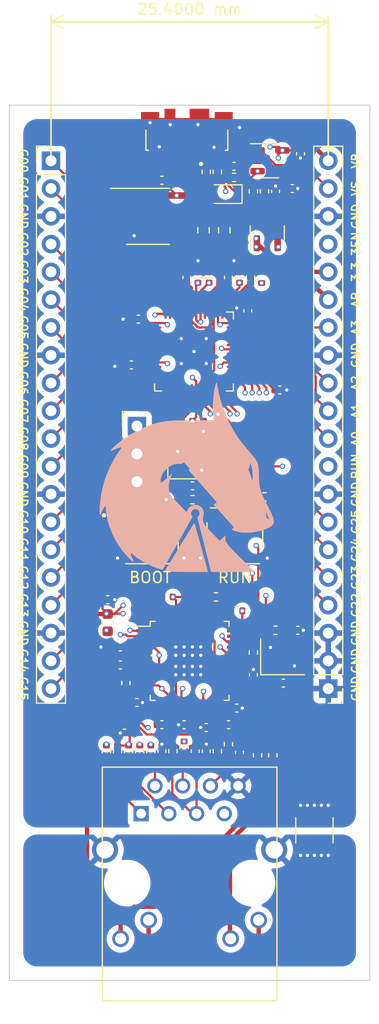
<source format=kicad_pcb>
(kicad_pcb (version 20211014) (generator pcbnew)
  (layers (0 "F.Cu" signal) (1 "In1.Cu" signal) (2 "In2.Cu" signal) (31 "B.Cu" signal) (34 "B.Paste" user) (35 "F.Paste" user) (36 "B.SilkS" user "B.Silkscreen") (37 "F.SilkS" user "F.Silkscreen") (38 "B.Mask" user) (39 "F.Mask" user) (44 "Edge.Cuts" user))
  (net 0 "")
  (net 1 "+1V1")
  (net 2 "GND")
  (net 3 "+3V3")
  (net 4 "VSYS")
  (net 5 "Net-(C14-Pad1)")
  (net 6 "+3.3VA")
  (net 7 "XIN")
  (net 8 "Net-(C27-Pad1)")
  (net 9 "Net-(C28-Pad1)")
  (net 10 "GNDPWR")
  (net 11 "Net-(C30-Pad1)")
  (net 12 "Net-(C31-Pad1)")
  (net 13 "Net-(C31-Pad2)")
  (net 14 "Net-(C32-Pad1)")
  (net 15 "Net-(C32-Pad2)")
  (net 16 "Net-(C33-Pad1)")
  (net 17 "Net-(C34-Pad1)")
  (net 18 "Net-(C35-Pad1)")
  (net 19 "XI")
  (net 20 "Net-(C37-Pad1)")
  (net 21 "VBUS")
  (net 22 "SWCLK")
  (net 23 "SWDIO")
  (net 24 "USB_D_N")
  (net 25 "USB_D_P")
  (net 27 "Net-(P2-Pad1)")
  (net 28 "Net-(P2-Pad3)")
  (net 30 "Net-(P2-Pad9)")
  (net 31 "Net-(P2-Pad11)")
  (net 32 "GPIO29{slash}ADC3")
  (net 33 "3V3_EN")
  (net 34 "GPIO24")
  (net 35 "XOUT")
  (net 36 "QSPI_SS_N")
  (net 37 "Net-(R6-Pad2)")
  (net 38 "RUN")
  (net 39 "Net-(R7-Pad2)")
  (net 40 "/RUSB_D_P")
  (net 41 "GPIO20")
  (net 42 "/RUSB_D_N")
  (net 43 "ADC_VREF")
  (net 44 "Net-(R15-Pad1)")
  (net 45 "Net-(R17-Pad2)")
  (net 46 "GPIO21")
  (net 47 "ACTn")
  (net 48 "Net-(R20-Pad2)")
  (net 49 "Net-(R21-Pad2)")
  (net 50 "Net-(R22-Pad2)")
  (net 51 "LINKn")
  (net 52 "Net-(R26-Pad2)")
  (net 53 "XO")
  (net 54 "QSPI_SD1")
  (net 55 "QSPI_SD2")
  (net 56 "QSPI_SD0")
  (net 57 "QSPI_SCLK")
  (net 58 "QSPI_SD3")
  (net 66 "GPIO17")
  (net 67 "GPIO18")
  (net 68 "GPIO16")
  (net 69 "GPIO19")
  (net 77 "GPIO0")
  (net 78 "GPIO1")
  (net 79 "GPIO2")
  (net 80 "GPIO3")
  (net 81 "GPIO4")
  (net 82 "GPIO5")
  (net 83 "GPIO6")
  (net 84 "GPIO7")
  (net 85 "GPIO8")
  (net 86 "GPIO9")
  (net 87 "GPIO10")
  (net 88 "GPIO11")
  (net 89 "GPIO12")
  (net 90 "GPIO13")
  (net 91 "GPIO14")
  (net 92 "GPIO15")
  (net 93 "GPIO22")
  (net 94 "GPIO23")
  (net 95 "GPIO25")
  (net 96 "GPIO26{slash}ADC0")
  (net 97 "GPIO27{slash}ADC1")
  (net 98 "GPIO28{slash}ADC2")
  (footprint "01-rickbassham:SW_TS-1187A-B-A-B" (layer "F.Cu") (at 39.5805 107.95)
    (fp_text reference "SW1" hide)
    (fp_text value "SW_Push")
  )
  (footprint "Capacitor_SMD:C_0402_1005Metric" (layer "F.Cu") (at 43.942 84.328 90)
    (fp_text reference "C5" hide)
    (fp_text value "0.1uF")
  )
  (footprint "Capacitor_SMD:C_0402_1005Metric" (layer "F.Cu") (at 49.022 120.65 90)
    (fp_text reference "C17" hide)
    (fp_text value "0.1uF")
  )
  (footprint "Capacitor_SMD:C_0402_1005Metric" (layer "F.Cu") (at 44.45 97.917 -90)
    (fp_text reference "C2" hide)
    (fp_text value "0.1uF")
  )
  (footprint "Resistor_SMD:R_0402_1005Metric" (layer "F.Cu") (at 42.418 97.917 -90)
    (fp_text reference "R4" hide)
    (fp_text value "1k")
  )
  (footprint "Resistor_SMD:R_0402_1005Metric" (layer "F.Cu") (at 50.038 104.394)
    (fp_text reference "R7" hide)
    (fp_text value "1k")
  )
  (footprint "01-rickbassham:SW_TS-1187A-B-A-B" (layer "F.Cu") (at 47.3275 107.95)
    (fp_text reference "SW2" hide)
    (fp_text value "SW_Push")
  )
  (footprint "Resistor_SMD:R_0402_1005Metric" (layer "F.Cu") (at 47.244 75.184)
    (fp_text reference "R1" hide)
    (fp_text value "100k")
  )
  (footprint "Capacitor_SMD:C_0402_1005Metric" (layer "F.Cu") (at 48.514 87.376 90)
    (fp_text reference "C11" hide)
    (fp_text value "0.1uF")
  )
  (footprint "Capacitor_SMD:C_0402_1005Metric" (layer "F.Cu") (at 47.498 123.698)
    (fp_text reference "C35" hide)
    (fp_text value "0.1uF")
  )
  (footprint "Capacitor_SMD:C_0402_1005Metric" (layer "F.Cu") (at 47.244 74.168)
    (fp_text reference "C12" hide)
    (fp_text value "1uF")
  )
  (footprint "Capacitor_SMD:C_0402_1005Metric" (layer "F.Cu") (at 47.752 84.328 90)
    (fp_text reference "C4" hide)
    (fp_text value "1uF")
  )
  (footprint "Capacitor_SMD:C_0402_1005Metric" (layer "F.Cu") (at 37.846 92.329 180)
    (fp_text reference "C8" hide)
    (fp_text value "0.1uF")
  )
  (footprint "Capacitor_SMD:C_0402_1005Metric" (layer "F.Cu") (at 36.83 118.11 180)
    (fp_text reference "C19" hide)
    (fp_text value "0.1uF")
  )
  (footprint "Connector_PinHeader_2.54mm:PinHeader_1x20_P2.54mm_Vertical" (layer "F.Cu") (at 30.48 73.66)
    (fp_text reference "J2" hide)
    (fp_text value "Conn_01x20")
  )
  (footprint "Resistor_SMD:R_0603_1608Metric" (layer "F.Cu") (at 46.355 80.01 90)
    (fp_text reference "R12" hide)
    (fp_text value "27")
  )
  (footprint "Resistor_SMD:R_0402_1005Metric" (layer "F.Cu") (at 37.592 127.635 90)
    (fp_text reference "R14" hide)
    (fp_text value "49.9")
  )
  (footprint "Capacitor_SMD:C_0402_1005Metric" (layer "F.Cu") (at 46.736 84.328 90)
    (fp_text reference "C1" hide)
    (fp_text value "1uF")
  )
  (footprint "Capacitor_SMD:C_0402_1005Metric" (layer "F.Cu") (at 53.086 116.586)
    (fp_text reference "C37" hide)
    (fp_text value "18pF")
  )
  (footprint "Resistor_SMD:R_0402_1005Metric" (layer "F.Cu") (at 51.054 116.586 180)
    (fp_text reference "R28" hide)
    (fp_text value "0")
  )
  (footprint "Resistor_SMD:R_0402_1005Metric" (layer "F.Cu") (at 42.672 127.254 90)
    (fp_text reference "R22" hide)
    (fp_text value "3.3")
  )
  (footprint "Resistor_SMD:R_0402_1005Metric" (layer "F.Cu") (at 36.576 127.635 90)
    (fp_text reference "R16" hide)
    (fp_text value "49.9")
  )
  (footprint "Diode_SMD:D_SOD-323" (layer "F.Cu") (at 46.482 76.708 180)
    (fp_text reference "D1" hide)
    (fp_text value "BAT60A")
  )
  (footprint "01-rickbassham:MOLEX_47346-0001" (layer "F.Cu") (at 42.926 69.85 180)
    (fp_text reference "P1" hide)
    (fp_text value "47346-0001")
  )
  (footprint "Resistor_SMD:R_0402_1005Metric" (layer "F.Cu") (at 50.038 76.454 -90)
    (fp_text reference "R8" hide)
    (fp_text value "100k")
  )
  (footprint "Capacitor_SMD:C_0402_1005Metric" (layer "F.Cu") (at 42.926 84.328 90)
    (fp_text reference "C3" hide)
    (fp_text value "0.1uF")
  )
  (footprint "Capacitor_SMD:C_0402_1005Metric" (layer "F.Cu") (at 43.688 127.635 90)
    (fp_text reference "C31" hide)
    (fp_text value "6.8nF")
  )
  (footprint "Capacitor_SMD:C_0402_1005Metric" (layer "F.Cu") (at 44.958 84.328 90)
    (fp_text reference "C6" hide)
    (fp_text value "0.1uF")
  )
  (footprint "Capacitor_SMD:C_0402_1005Metric" (layer "F.Cu") (at 42.672 125.222 180)
    (fp_text reference "C23" hide)
    (fp_text value "0.1uF")
  )
  (footprint "Capacitor_SMD:C_1812_4532Metric" (layer "F.Cu") (at 54.61 134.874 90)
    (fp_text reference "C29" hide)
    (fp_text value "1nF/22kV")
  )
  (footprint "Resistor_SMD:R_0402_1005Metric" (layer "F.Cu") (at 38.608 127.635 90)
    (fp_text reference "R17" hide)
    (fp_text value "3.3")
  )
  (footprint "Crystal:Crystal_SMD_3225-4Pin_3.2x2.5mm" (layer "F.Cu") (at 43.18 101.092)
    (fp_text reference "Y1" hide)
    (fp_text value "Crystal_GND24")
  )
  (footprint "Capacitor_SMD:C_0402_1005Metric" (layer "F.Cu") (at 47.752 127.762 90)
    (fp_text reference "C32" hide)
    (fp_text value "6.8nF")
  )
  (footprint "Connector_PinHeader_2.54mm:PinHeader_1x03_P2.54mm_Vertical" (layer "F.Cu") (at 38.354 97.917)
    (fp_text reference "J1" hide)
    (fp_text value "Conn_01x03")
  )
  (footprint "Resistor_SMD:R_0402_1005Metric" (layer "F.Cu") (at 45.593 113.538)
    (fp_text reference "R11" hide)
    (fp_text value "4.7k")
  )
  (footprint "01-rickbassham:J1B1211CCD" (layer "F.Cu") (at 43.18 139.7)
    (fp_text reference "P2" hide)
    (fp_text value "RJ45_LED_Shielded")
  )
  (footprint "Capacitor_SMD:C_0402_1005Metric" (layer "F.Cu") (at 37.211 125.984 180)
    (fp_text reference "C18" hide)
    (fp_text value "0.1uF")
  )
  (footprint "Resistor_SMD:R_0402_1005Metric" (layer "F.Cu") (at 49.403 128.016 -90)
    (fp_text reference "R25" hide)
    (fp_text value "470")
  )
  (footprint "Resistor_SMD:R_0402_1005Metric" (layer "F.Cu") (at 49.022 118.618 90)
    (fp_text reference "R27" hide)
    (fp_text value "1M")
  )
  (footprint "Capacitor_SMD:C_0402_1005Metric" (layer "F.Cu") (at 43.434 97.917 -90)
    (fp_text reference "C9" hide)
    (fp_text value "0.1uF")
  )
  (footprint "Capacitor_SMD:C_0402_1005Metric" (layer "F.Cu") (at 38.481 88.138 180)
    (fp_text reference "C7" hide)
    (fp_text value "0.1uF")
  )
  (footprint "Package_TO_SOT_SMD:SOT-23-5" (layer "F.Cu") (at 50.546 73.66)
    (fp_text reference "U1" hide)
    (fp_text value "LM8805SF5-3.3")
  )
  (footprint "Capacitor_SMD:C_0402_1005Metric" (layer "F.Cu") (at 53.34 73.025 -90)
    (fp_text reference "C13" hide)
    (fp_text value "1uF")
  )
  (footprint "Capacitor_SMD:C_0402_1005Metric" (layer "F.Cu") (at 45.974 99.568 90)
    (fp_text reference "C27" hide)
    (fp_text value "15pF")
  )
  (footprint "Capacitor_SMD:C_0402_1005Metric" (layer "F.Cu") (at 35.687 113.792)
    (fp_text reference "C15" hide)
    (fp_text value "1uF")
  )
  (footprint "Resistor_SMD:R_0402_1005Metric" (layer "F.Cu") (at 35.56 127.635 90)
    (fp_text reference "R20" hide)
    (fp_text value "3.3")
  )
  (footprint "Resistor_SMD:R_0402_1005Metric" (layer "F.Cu") (at 47.498 114.808)
    (fp_text reference "R18" hide)
    (fp_text value "4.7k")
  )
  (footprint "Crystal:Crystal_SMD_3225-4Pin_3.2x2.5mm" (layer "F.Cu") (at 51.689 118.999)
    (fp_text reference "Y2" hide)
    (fp_text value "C700768")
  )
  (footprint "Capacitor_SMD:C_0402_1005Metric" (layer "F.Cu") (at 36.83 119.761 180)
    (fp_text reference "C20" hide)
    (fp_text value "0.1uF")
  )
  (footprint "Resistor_SMD:R_0603_1608Metric" (layer "F.Cu") (at 44.45 80.01 90)
    (fp_text reference "R9" hide)
    (fp_text value "27")
  )
  (footprint "Connector_PinHeader_2.54mm:PinHeader_1x20_P2.54mm_Vertical" (layer "F.Cu") (at 55.88 121.92 180)
    (fp_text reference "J3" hide)
    (fp_text value "Conn_01x20")
  )
  (footprint "Package_QFP:LQFP-48-1EP_7x7mm_P0.5mm_EP3.6x3.6mm" (layer "F.Cu") (at 43.18 119.38)
    (fp_text reference "U3" hide)
    (fp_text value "W5500")
  )
  (footprint "Resistor_SMD:R_0402_1005Metric" (layer "F.Cu") (at 43.434 104.648)
    (fp_text reference "R6" hide)
    (fp_text value "1k")
  )
  (footprint "Resistor_SMD:R_0402_1005Metric" (layer "F.Cu") (at 44.704 74.676 -90)
    (fp_text reference "R2" hide)
    (fp_text value "5.6k")
  )
  (footprint "Capacitor_SMD:C_0402_1005Metric" (layer "F.Cu") (at 51.054 76.454 90)
    (fp_text reference "C28" hide)
    (fp_text value "0.1uF")
  )
  (footprint "Capacitor_SMD:C_0402_1005Metric" (layer "F.Cu") (at 44.704 125.476 180)
    (fp_text reference "C34" hide)
    (fp_text value "4.7uF")
  )
  (footprint "Resistor_SMD:R_0402_1005Metric" (layer "F.Cu") (at 46.736 127 90)
    (fp_text reference "R21" hide)
    (fp_text value "3.3")
  )
  (footprint "Resistor_SMD:R_0402_1005Metric" (layer "F.Cu") (at 39.624 127.635 90)
    (fp_text reference "R10" hide)
    (fp_text value "10R/1%")
  )
  (footprint "Resistor_SMD:R_0402_1005Metric" (layer "F.Cu") (at 48.768 84.328 90)
    (fp_text reference "R15" hide)
    (fp_text value "1")
  )
  (footprint "Capacitor_SMD:C_0402_1005Metric" (layer "F.Cu") (at 52.578 76.2)
    (fp_text reference "C14" hide)
    (fp_text value "0.1uF")
  )
  (footprint "Resistor_SMD:R_0402_1005Metric" (layer "F.Cu") (at 37.338 121.412 -90)
    (fp_text reference "R26" hide)
    (fp_text value "12.4k/1%")
  )
  (footprint "Resistor_SMD:R_0402_1005Metric" (layer "F.Cu") (at 49.784 84.328 -90)
    (fp_text reference "R13" hide)
    (fp_text value "200")
  )
  (footprint "Resistor_SMD:R_0402_1005Metric" (layer "F.Cu") (at 45.72 74.676 90)
    (fp_text reference "R3" hide)
    (fp_text value "10k")
  )
  (footprint "Capacitor_SMD:C_0402_1005Metric" (layer "F.Cu") (at 40.64 75.438 180)
    (fp_text reference "C25" hide)
    (fp_text value "0.1uF")
  )
  (footprint "01-rickbassham:RP2040" (layer "F.Cu") (at 43.58 91.1)
    (fp_text reference "U4" hide)
    (fp_text value "RP2040")
  )
  (footprint "Capacitor_SMD:C_0402_1005Metric" (layer "F.Cu") (at 43.434 103.378)
    (fp_text reference "C26" hide)
    (fp_text value "15pF")
  )
  (footprint "Capacitor_SMD:C_0402_1005Metric" (layer "F.Cu") (at 40.64 127.635 90)
    (fp_text reference "C30" hide)
    (fp_text value "22nF")
  )
  (footprint "Capacitor_SMD:C_0402_1005Metric" (layer "F.Cu") (at 44.704 127.635 90)
    (fp_text reference "C33" hide)
    (fp_text value "0.1uF")
  )
  (footprint "Inductor_SMD:L_0603_1608Metric" (layer "F.Cu") (at 35.670348 115.889164 -90)
    (fp_text reference "L1" hide)
    (fp_text value "600mA")
  )
  (footprint "Package_SO:SOIC-8_3.9x4.9mm_P1.27mm" (layer "F.Cu") (at 39.37 78.74)
    (fp_text reference "U2" hide)
    (fp_text value "W25Q16JVSNIQ")
  )
  (footprint "Capacitor_SMD:C_0402_1005Metric" (layer "F.Cu") (at 51.435 94.615)
    (fp_text reference "C10" hide)
    (fp_text value "0.1uF")
  )
  (footprint "Capacitor_SMD:C_0402_1005Metric" (layer "F.Cu") (at 40.64 125.222 180)
    (fp_text reference "C22" hide)
    (fp_text value "0.1uF")
  )
  (footprint "Package_TO_SOT_SMD:SOT-23" (layer "F.Cu") (at 50.292 80.264 90)
    (fp_text reference "Q1" hide)
    (fp_text value "2N7002")
  )
  (footprint "Resistor_SMD:R_0402_1005Metric" (layer "F.Cu") (at 41.656 127.635 90)
    (fp_text reference "R24" hide)
    (fp_text value "49.9")
  )
  (footprint "Capacitor_SMD:C_0402_1005Metric" (layer "F.Cu") (at 46.736 125.222)
    (fp_text reference "C24" hide)
    (fp_text value "0.1uF")
  )
  (footprint "Resistor_SMD:R_0402_1005Metric" (layer "F.Cu") (at 49.022 76.454 -90)
    (fp_text reference "R5" hide)
    (fp_text value "200k")
  )
  (footprint "Capacitor_SMD:C_0402_1005Metric" (layer "F.Cu") (at 38.354 123.19)
    (fp_text reference "C21" hide)
    (fp_text value "0.1uF")
  )
  (footprint "Capacitor_SMD:C_0402_1005Metric" (layer "F.Cu") (at 51.78 121.412)
    (fp_text reference "C36" hide)
    (fp_text value "18pF")
  )
  (footprint "Resistor_SMD:R_0402_1005Metric" (layer "F.Cu") (at 45.72 127.635 90)
    (fp_text reference "R23" hide)
    (fp_text value "49.9")
  )
  (footprint "Resistor_SMD:R_0402_1005Metric" (layer "F.Cu") (at 50.8 128.016 -90)
    (fp_text reference "R19" hide)
    (fp_text value "470")
  )
  (footprint "Capacitor_SMD:C_0402_1005Metric" (layer "F.Cu") (at 41.148 113.538 180)
    (fp_text reference "C16" hide)
    (fp_text value "0.1uF")
  )
  (footprint "01-rickbassham:logo" (layer "B.Cu") (at 42.926 102.616 180)
    (fp_text reference "G***" hide)
    (fp_text value "LOGO" hide)
  )
  (gr_line (start 26.67 68.58) (end 26.67 148.59) (layer "Edge.Cuts") (width 0.1))
  (gr_line (start 26.67 148.59) (end 59.69 148.59) (layer "Edge.Cuts") (width 0.1))
  (gr_line (start 59.69 68.58) (end 59.69 148.59) (layer "Edge.Cuts") (width 0.1))
  (gr_line (start 26.67 68.58) (end 59.69 68.58) (layer "Edge.Cuts") (width 0.1))
  (gr_text "G23" (at 58.42 111.76 90) (layer "F.SilkS") (effects (font (size 0.75 0.75))))
  (gr_text "A0" (at 58.42 99.06 90) (layer "F.SilkS") (effects (font (size 0.75 0.75))))
  (gr_text "RUN" (at 47.3275 111.76) (layer "F.SilkS") (effects (font (size 1 1))))
  (gr_text "3EN" (at 58.417355 81.253638 90) (layer "F.SilkS") (effects (font (size 0.75 0.75))))
  (gr_text "AR" (at 58.417355 86.357167 90) (layer "F.SilkS") (effects (font (size 0.75 0.75))))
  (gr_text "GND" (at 27.94 116.84 -90) (layer "F.SilkS") (effects (font (size 0.75 0.75))))
  (gr_text "G08" (at 27.94 99.06 -90) (layer "F.SilkS") (effects (font (size 0.75 0.75))))
  (gr_text "GND" (at 58.42 78.74 90) (layer "F.SilkS") (effects (font (size 0.75 0.75))))
  (gr_text "G01" (at 27.94 76.2 -90) (layer "F.SilkS") (effects (font (size 0.75 0.75))))
  (gr_text "G10" (at 27.94 106.68 -90) (layer "F.SilkS") (effects (font (size 0.75 0.75))))
  (gr_text "G15" (at 27.94 121.92 -90) (layer "F.SilkS") (effects (font (size 0.75 0.75))))
  (gr_text "G06" (at 27.94 93.98 -90) (layer "F.SilkS") (effects (font (size 0.75 0.75))))
  (gr_text "GND" (at 27.94 91.44 -90) (layer "F.SilkS") (effects (font (size 0.75 0.75))))
  (gr_text "RUN" (at 58.42 101.6 90) (layer "F.SilkS") (effects (font (size 0.75 0.75))))
  (gr_text "GND" (at 58.42 104.14 90) (layer "F.SilkS") (effects (font (size 0.75 0.75))))
  (gr_text "G02" (at 27.94 81.28 -90) (layer "F.SilkS") (effects (font (size 0.75 0.75))))
  (gr_text "GND" (at 58.42 121.92 90) (layer "F.SilkS") (effects (font (size 0.75 0.75))))
  (gr_text "VS" (at 58.417355 76.184593 90) (layer "F.SilkS") (effects (font (size 0.75 0.75))))
  (gr_text "G09" (at 27.94 101.6 -90) (layer "F.SilkS") (effects (font (size 0.75 0.75))))
  (gr_text "G25" (at 58.42 106.68 90) (layer "F.SilkS") (effects (font (size 0.75 0.75))))
  (gr_text "A2" (at 58.42 93.98 90) (layer "F.SilkS") (effects (font (size 0.75 0.75))))
  (gr_text "A3" (at 58.42 88.9 90) (layer "F.SilkS") (effects (font (size 0.75 0.75))))
  (gr_text "3.3" (at 58.42 83.82 90) (layer "F.SilkS") (effects (font (size 0.75 0.75))))
  (gr_text "G05" (at 27.94 88.9 -90) (layer "F.SilkS") (effects (font (size 0.75 0.75))))
  (gr_text "G07" (at 27.94 96.52 -90) (layer "F.SilkS") (effects (font (size 0.75 0.75))))
  (gr_text "G22" (at 58.42 114.3 90) (layer "F.SilkS") (effects (font (size 0.75 0.75))))
  (gr_text "G03" (at 27.94 83.82 -90) (layer "F.SilkS") (effects (font (size 0.75 0.75))))
  (gr_text "GND" (at 58.42 116.84 90) (layer "F.SilkS") (effects (font (size 0.75 0.75))))
  (gr_text "GND" (at 58.42 119.38 90) (layer "F.SilkS") (effects (font (size 0.75 0.75))))
  (gr_text "BOOT" (at 39.5805 111.76) (layer "F.SilkS") (effects (font (size 1 1))))
  (gr_text "G04" (at 27.94 86.36 -90) (layer "F.SilkS") (effects (font (size 0.75 0.75))))
  (gr_text "G11" (at 27.94 109.22 -90) (layer "F.SilkS") (effects (font (size 0.75 0.75))))
  (gr_text "G24" (at 58.42 109.22 90) (layer "F.SilkS") (effects (font (size 0.75 0.75))))
  (gr_text "G13" (at 27.94 114.3 -90) (layer "F.SilkS") (effects (font (size 0.75 0.75))))
  (gr_text "G00" (at 27.94 73.66 -90) (layer "F.SilkS") (effects (font (size 0.75 0.75))))
  (gr_text "GND" (at 27.94 78.74 -90) (layer "F.SilkS") (effects (font (size 0.75 0.75))))
  (gr_text "G14" (at 27.94 119.38 -90) (layer "F.SilkS") (effects (font (size 0.75 0.75))))
  (gr_text "VB" (at 58.42 73.66 90) (layer "F.SilkS") (effects (font (size 0.75 0.75))))
  (gr_text "A1" (at 58.42 96.52 90) (layer "F.SilkS") (effects (font (size 0.75 0.75))))
  (gr_text "GND" (at 27.94 104.14 -90) (layer "F.SilkS") (effects (font (size 0.75 0.75))))
  (gr_text "GND" (at 58.42 91.44 90) (layer "F.SilkS") (effects (font (size 0.75 0.75))))
  (gr_text "G12" (at 27.94 111.76 -90) (layer "F.SilkS") (effects (font (size 0.75 0.75))))
  (dimension (type aligned) (layer "F.SilkS") (pts (xy 30.48 73.66) (xy 55.88 73.66)) (height -12.7) (gr_text "25.4000 mm" (at 43.18 59.81) (layer "F.SilkS") (effects (font (size 1 1) (thickness 0.15)))) (format (units 3) (units_format 1) (precision 4)) (style (thickness 0.15) (arrow_length 1.27) (text_position_mode 0) (extension_height 0.58642) (extension_offset 0.5) keep_text_aligned))
  (segment (start 44.18 94.076415) (end 44.18 94.5375) (width 0.2) (layer "F.Cu") (net 1))
  (segment (start 43.38 87.6625) (end 43.38 88.338) (width 0.2) (layer "F.Cu") (net 1))
  (segment (start 45.38 87.6625) (end 45.38 86.954) (width 0.2) (layer "F.Cu") (net 1))
  (segment (start 45.429511 89.250489) (end 45.429511 92.826904) (width 0.2) (layer "F.Cu") (net 1))
  (segment (start 45.38 89.250489) (end 45.429511 89.250489) (width 0.2) (layer "F.Cu") (net 1))
  (segment (start 45.38 87.6625) (end 45.38 89.250489) (width 0.2) (layer "F.Cu") (net 1))
  (segment (start 45.38 86.954) (end 46.736 85.598) (width 0.2) (layer "F.Cu") (net 1))
  (segment (start 45.38 88.478) (end 45.38 87.6625) (width 0.2) (layer "F.Cu") (net 1))
  (segment (start 45.429511 92.826904) (end 44.18 94.076415) (width 0.2) (layer "F.Cu") (net 1))
  (segment (start 43.38 88.338) (end 43.942 88.9) (width 0.2) (layer "F.Cu") (net 1))
  (segment (start 46.736 85.598) (end 46.736 84.808) (width 0.2) (layer "F.Cu") (net 1))
  (segment (start 44.18 94.5375) (end 44.18 97.167) (width 0.2) (layer "F.Cu") (net 1))
  (segment (start 44.18 97.167) (end 44.45 97.437) (width 0.2) (layer "F.Cu") (net 1))
  (segment (start 44.958 88.9) (end 45.38 88.478) (width 0.2) (layer "F.Cu") (net 1))
  (segment (start 43.38 85.262) (end 43.38 87.6625) (width 0.2) (layer "F.Cu") (net 1))
  (segment (start 42.926 84.808) (end 43.38 85.262) (width 0.2) (layer "F.Cu") (net 1))
  (segment (start 43.942 88.9) (end 44.958 88.9) (width 0.2) (layer "F.Cu") (net 1))
  (segment (start 48.006 74.168) (end 48.514 73.66) (width 0.2) (layer "F.Cu") (net 2))
  (segment (start 46.301 69.85) (end 46.99 69.85) (width 0.2) (layer "F.Cu") (net 2))
  (segment (start 39.551 71.5375) (end 40.39475 72.38125) (width 0.2) (layer "F.Cu") (net 2))
  (segment (start 42.58 92.1) (end 43.58 91.1) (width 0.2) (layer "F.Cu") (net 2))
  (segment (start 43.43 123.5425) (end 43.43 119.63) (width 0.2) (layer "F.Cu") (net 2))
  (segment (start 50.589 118.149) (end 51.089 118.149) (width 0.2) (layer "F.Cu") (net 2))
  (segment (start 45.283 98.397) (end 45.974 99.088) (width 0.2) (layer "F.Cu") (net 2))
  (segment (start 50.038 75.944) (end 51.024 75.944) (width 0.2) (layer "F.Cu") (net 2))
  (segment (start 44.958 83.848) (end 43.942 83.848) (width 0.2) (layer "F.Cu") (net 2))
  (segment (start 39.0175 120.63) (end 41.93 120.63) (width 0.2) (layer "F.Cu") (net 2))
  (segment (start 36.872 80.518) (end 36.745 80.645) (width 0.2) (layer "F.Cu") (net 2))
  (segment (start 42.58 94.5375) (end 42.58 92.1) (width 0.2) (layer "F.Cu") (net 2))
  (segment (start 36.322 92.456) (end 37.239 92.456) (width 0.2) (layer "F.Cu") (net 2))
  (segment (start 43.914 102.308) (end 44.28 101.942) (width 0.2) (layer "F.Cu") (net 2))
  (segment (start 44.076 69.85) (end 41.376 69.85) (width 0.2) (layer "F.Cu") (net 2))
  (segment (start 36.35 119.914) (end 37.338 120.902) (width 0.2) (layer "F.Cu") (net 2))
  (segment (start 43.434 98.397) (end 44.45 98.397) (width 0.2) (layer "F.Cu") (net 2))
  (segment (start 40.43 115.2175) (end 40.43 116.63) (width 0.2) (layer "F.Cu") (net 2))
  (segment (start 41.43 117.63) (end 43.18 119.38) (width 0.2) (layer "F.Cu") (net 2))
  (segment (start 47.498 87.122) (end 48.288 87.122) (width 0.2) (layer "F.Cu") (net 2))
  (segment (start 51.089 118.149) (end 52.789 119.849) (width 0.2) (layer "F.Cu") (net 2))
  (segment (start 37.084 88.138) (end 38.001 88.138) (width 0.2) (layer "F.Cu") (net 2))
  (segment (start 47.3425 120.13) (end 48.982 120.13) (width 0.2) (layer "F.Cu") (net 2))
  (segment (start 45.4135 73.8595) (end 45.72 74.166) (width 0.2) (layer "F.Cu") (net 2))
  (segment (start 42.08 100.242) (end 42.58 100.242) (width 0.2) (layer "F.Cu") (net 2))
  (segment (start 38.1 80.518) (end 36.872 80.518) (width 0.2) (layer "F.Cu") (net 2))
  (segment (start 41.541 72.425) (end 41.626 72.51) (width 0.2) (layer "F.Cu") (net 2))
  (segment (start 40.39475 72.38125) (end 40.4385 72.425) (width 0.2) (layer "F.Cu") (net 2))
  (segment (start 41.93 123.5425) (end 41.93 120.63) (width 0.2) (layer "F.Cu") (net 2))
  (segment (start 47.216 124.46) (end 47.978 123.698) (width 0.2) (layer "F.Cu") (net 2))
  (segment (start 49.686006 73.66) (end 50.32052 74.294514) (width 0.2) (layer "F.Cu") (net 2))
  (segment (start 47.244 83.34) (end 47.752 83.848) (width 0.2) (layer "F.Cu") (net 2))
  (segment (start 47.216 125.222) (end 47.216 124.46) (width 0.2) (layer "F.Cu") (net 2))
  (segment (start 39.0175 117.63) (end 41.43 117.63) (width 0.2) (layer "F.Cu") (net 2))
  (segment (start 43.43 119.63) (end 43.18 119.38) (width 0.2) (layer "F.Cu") (net 2))
  (segment (start 48.288 87.122) (end 48.514 86.896) (width 0.2) (layer "F.Cu") (net 2))
  (segment (start 37.61 120.63) (end 37.338 120.902) (width 0.2) (layer "F.Cu") (net 2))
  (segment (start 40.43 116.63) (end 43.18 119.38) (width 0.2) (layer "F.Cu") (net 2))
  (segment (start 39.551 69.85) (end 39.551 70.177) (width 0.2) (layer "F.Cu") (net 2))
  (segment (start 43.914 103.378) (end 43.914 102.308) (width 0.2) (layer "F.Cu") (net 2))
  (segment (start 46.99 69.85) (end 47.752 70.612) (width 0.2) (layer "F.Cu") (net 2))
  (segment (start 40.16 124.516) (end 38.834 123.19) (width 0.2) (layer "F.Cu") (net 2))
  (segment (start 48.982 120.13) (end 49.022 120.17) (width 0.2) (layer "F.Cu") (net 2))
  (segment (start 47.724 74.168) (end 48.006 74.168) (width 0.2) (layer "F.Cu") (net 2))
  (segment (start 40.4385 72.425) (end 41.541 72.425) (width 0.2) (layer "F.Cu") (net 2))
  (segment (start 41.376 69.85) (end 39.551 69.85) (width 0.2) (layer "F.Cu") (net 2))
  (segment (start 39.551 70.177) (end 39.551 71.5375) (width 0.2) (layer "F.Cu") (net 2))
  (segment (start 42.926 83.848) (end 43.942 83.848) (width 0.2) (layer "F.Cu") (net 2))
  (segment (start 40.43 115.2175) (end 40.43 113.776) (width 0.2) (layer "F.Cu") (net 2))
  (segment (start 37.239 92.456) (end 37.366 92.329) (width 0.2) (layer "F.Cu") (net 2))
  (segment (start 49.4085 73.66) (end 49.686006 73.66) (width 0.2) (layer "F.Cu") (net 2))
  (segment (start 45.4135 72.425) (end 45.4135 73.8595) (width 0.2) (layer "F.Cu") (net 2))
  (segment (start 40.16 125.222) (end 40.16 124.516) (width 0.2) (layer "F.Cu") (net 2))
  (segment (start 40.93 124.452) (end 40.16 125.222) (width 0.2) (layer "F.Cu") (net 2))
  (segment (start 36.35 119.761) (end 36.35 119.914) (width 0.2) (layer "F.Cu") (net 2))
  (segment (start 48.514 73.66) (end 49.4085 73.66) (width 0.2) (layer "F.Cu") (net 2))
  (segment (start 50.32052 74.294514) (end 50.32052 75.66148) (width 0.2) (layer "F.Cu") (net 2))
  (segment (start 43.942 82.804) (end 43.942 83.848) (width 0.2) (layer "F.Cu") (net 2))
  (segment (start 39.0175 120.63) (end 37.61 120.63) (width 0.2) (layer "F.Cu") (net 2))
  (segment (start 40.4385 75.1595) (end 40.4385 72.425) (width 0.2) (layer "F.Cu") (net 2))
  (segment (start 46.301 69.85) (end 44.076 69.85) (width 0.2) (layer "F.Cu") (net 2))
  (segment (start 42.58 100.242) (end 44.28 101.942) (width 0.2) (layer "F.Cu") (net 2))
  (segment (start 51.024 75.944) (end 51.054 75.974) (width 0.2) (layer "F.Cu") (net 2))
  (segment (start 40.93 123.5425) (end 40.93 124.452) (width 0.2) (layer "F.Cu") (net 2))
  (segment (start 41.93 120.63) (end 43.18 119.38) (width 0.2) (layer "F.Cu") (net 2))
  (segment (start 36.35 118.11) (end 35.052 118.11) (width 0.2) (layer "F.Cu") (net 2))
  (segment (start 47.244 82.804) (end 47.244 83.34) (width 0.2) (layer "F.Cu") (net 2))
  (segment (start 46.736 83.848) (end 47.752 83.848) (width 0.2) (layer "F.Cu") (net 2))
  (segment (start 44.45 98.397) (end 45.283 98.397) (width 0.2) (layer "F.Cu") (net 2))
  (segment (start 52.26 120.378) (end 52.789 119.849) (width 0.2) (layer "F.Cu") (net 2))
  (segment (start 50.32052 75.66148) (end 50.038 75.944) (width 0.2) (layer "F.Cu") (net 2))
  (segment (start 40.43 113.776) (end 40.668 113.538) (width 0.2) (layer "F.Cu") (net 2))
  (segment (start 52.26 121.412) (end 52.26 120.378) (width 0.2) (layer "F.Cu") (net 2))
  (segment (start 40.16 75.438) (end 40.4385 75.1595) (width 0.2) (layer "F.Cu") (net 2))
  (via (at 44.196 109.982) (size 0.5) (drill 0.3) (layers "F.Cu" "B.Cu") (net 2))
  (via (at 52.07 94.615) (size 0.5) (drill 0.3) (layers "F.Cu" "B.Cu") (net 2))
  (via (at 53.975 132.588) (size 0.5) (drill 0.3) (layers "F.Cu" "B.Cu") (net 2))
  (via (at 50.292 109.982) (size 0.5) (drill 0.3) (layers "F.Cu" "B.Cu") (net 2))
  (via (at 53.086 76.2) (size 0.5) (drill 0.3) (layers "F.Cu" "B.Cu") (net 2))
  (via (at 36.322 92.456) (size 0.5) (drill 0.3) (layers "F.Cu" "B.Cu") (net 2))
  (via (at 35.052 118.11) (size 0.5) (drill 0.3) (layers "F.Cu" "B.Cu") (net 2))
  (via (at 43.58 91.1) (size 0.5) (drill 0.3) (layers "F.Cu" "B.Cu") (net 2))
  (via (at 47.498 87.122) (size 0.5) (drill 0.3) (layers "F.Cu" "B.Cu") (net 2))
  (via (at 44.704 89.916) (size 0.5) (drill 0.3) (layers "F.Cu" "B.Cu") (net 2))
  (via (at 50.589 118.149) (size 0.5) (drill 0.3) (layers "F.Cu" "B.Cu") (net 2))
  (via (at 36.83 125.984) (size 0.5) (drill 0.3) (layers "F.Cu" "B.Cu") (net 2))
  (via (at 43.434 119.888) (size 0.5) (drill 0.3) (layers "F.Cu" "B.Cu") (net 2))
  (via (at 44.45 98.397) (size 0.5) (drill 0.3) (layers "F.Cu" "B.Cu") (net 2))
  (via (at 42.672 119.888) (size 0.5) (drill 0.3) (layers "F.Cu" "B.Cu") (net 2))
  (via (at 44.704 92.202) (size 0.5) (drill 0.3) (layers "F.Cu" "B.Cu") (net 2))
  (via (at 42.08 100.242) (size 0.5) (drill 0.3) (layers "F.Cu" "B.Cu") (net 2))
  (via (at 42.164 125.222) (size 0.5) (drill 0.3) (layers "F.Cu" "B.Cu") (net 2))
  (via (at 51.054 75.974) (size 0.5) (drill 0.3) (layers "F.Cu" "B.Cu") (net 2))
  (via (at 43.434 118.872) (size 0.5) (drill 0.3) (layers "F.Cu" "B.Cu") (net 2))
  (via (at 42.418 89.916) (size 0.5) (drill 0.3) (layers "F.Cu" "B.Cu") (net 2))
  (via (at 54.61 132.588) (size 0.5) (drill 0.3) (layers "F.Cu" "B.Cu") (net 2))
  (via (at 53.594 116.586) (size 0.5) (drill 0.3) (layers "F.Cu" "B.Cu") (net 2))
  (via (at 41.91 119.888) (size 0.5) (drill 0.3) (layers "F.Cu" "B.Cu") (net 2))
  (via (at 52.789 119.849) (size 0.5) (drill 0.3) (layers "F.Cu" "B.Cu") (net 2))
  (via (at 47.244 82.804) (size 0.5) (drill 0.3) (layers "F.Cu" "B.Cu") (net 2))
  (via (at 55.245 132.588) (size 0.5) (drill 0.3) (layers "F.Cu" "B.Cu") (net 2))
  (via (at 44.196 118.11) (size 0.5) (drill 0.3) (layers "F.Cu" "B.Cu") (net 2))
  (via (at 44.704 127) (size 0.5) (drill 0.3) (layers "F.Cu" "B.Cu") (net 2))
  (via (at 41.402 70.358) (size 0.5) (drill 0.3) (layers "F.Cu" "B.Cu") (net 2))
  (via (at 53.34 73.406) (size 0.5) (drill 0.3) (layers "F.Cu" "B.Cu") (net 2))
  (via (at 55.88 132.588) (size 0.5) (drill 0.3) (layers "F.Cu" "B.Cu") (net 2))
  (via (at 42.418 92.202) (size 0.5) (drill 0.3) (layers "F.Cu" "B.Cu") (net 2))
  (via (at 44.196 118.872) (size 0.5) (drill 0.3) (layers "F.Cu" "B.Cu") (net 2))
  (via (at 43.434 120.65) (size 0.5) (drill 0.3) (layers "F.Cu" "B.Cu") (net 2))
  (via (at 42.672 118.872) (size 0.5) (drill 0.3) (layers "F.Cu" "B.Cu") (net 2))
  (via (at 40.39475 72.38125) (size 0.5) (drill 0.3) (layers "F.Cu" "B.Cu") (net 2))
  (via (at 47.752 70.612) (size 0.5) (drill 0.3) (layers "F.Cu" "B.Cu") (net 2))
  (via (at 45.4135 72.425) (size 0.5) (drill 0.3) (layers "F.Cu" "B.Cu") (net 2))
  (via (at 49.022 120.17) (size 0.5) (drill 0.3) (layers "F.Cu" "B.Cu") (net 2))
  (via (at 43.434 118.11) (size 0.5) (drill 0.3) (layers "F.Cu" "B.Cu") (net 2))
  (via (at 44.196 120.65) (size 0.5) (drill 0.3) (layers "F.Cu" "B.Cu") (net 2))
  (via (at 40.64 127) (size 0.5) (drill 0.3) (layers "F.Cu" "B.Cu") (net 2))
  (via (at 53.34 132.588) (size 0.5) (drill 0.3) (layers "F.Cu" "B.Cu") (net 2))
  (via (at 41.91 120.65) (size 0.5) (drill 0.3) (layers "F.Cu" "B.Cu") (net 2))
  (via (at 42.672 118.11) (size 0.5) (drill 0.3) (layers "F.Cu" "B.Cu") (net 2))
  (via (at 41.91 118.872) (size 0.5) (drill 0.3) (layers "F.Cu" "B.Cu") (net 2))
  (via (at 44.196 119.888) (size 0.5) (drill 0.3) (layers "F.Cu" "B.Cu") (net 2))
  (via (at 44.196 125.476) (size 0.5) (drill 0.3) (layers "F.Cu" "B.Cu") (net 2))
  (via (at 44.28 101.942) (size 0.5) (drill 0.3) (layers "F.Cu" "B.Cu") (net 2))
  (via (at 36.576 109.982) (size 0.5) (drill 0.3) (layers "F.Cu" "B.Cu") (net 2))
  (via (at 43.942 82.804) (size 0.5) (drill 0.3) (layers "F.Cu" "B.Cu") (net 2))
  (via (at 38.862 123.19) (size 0.5) (drill 0.3) (layers "F.Cu" "B.Cu") (net 2))
  (via (at 42.672 120.65) (size 0.5) (drill 0.3) (layers "F.Cu" "B.Cu") (net 2))
  (via (at 37.084 88.138) (size 0.5) (drill 0.3) (layers "F.Cu" "B.Cu") (net 2))
  (via (at 42.672 109.982) (size 0.5) (drill 0.3) (layers "F.Cu" "B.Cu") (net 2))
  (via (at 38.1 80.518) (size 0.5) (drill 0.3) (layers "F.Cu" "B.Cu") (net 2))
  (via (at 39.551 70.177) (size 0.5) (drill 0.3) (layers "F.Cu" "B.Cu") (net 2))
  (via (at 41.91 118.11) (size 0.5) (drill 0.3) (layers "F.Cu" "B.Cu") (net 2))
  (via (at 48.006 123.698) (size 0.5) (drill 0.3) (layers "F.Cu" "B.Cu") (net 2))
  (via (at 43.942 70.358) (size 0.5) (drill 0.3) (layers "F.Cu" "B.Cu") (net 2))
  (via (at 36.322 113.792) (size 0.5) (drill 0.3) (layers "F.Cu" "B.Cu") (net 2))
  (segment (start 40.1425 92.1) (end 38.555 92.1) (width 0.2) (layer "F.Cu") (net 3))
  (segment (start 50.546 72.39) (end 51.3635 72.39) (width 0.2) (layer "F.Cu") (net 3))
  (segment (start 45.78 87.201415) (end 47.752 85.229415) (width 0.2) (layer "F.Cu") (net 3))
  (segment (start 33.782 145.288) (end 34.798 146.304) (width 0.4) (layer "F.Cu") (net 3))
  (segment (start 48.768 146.304) (end 49.505 145.567) (width 0.4) (layer "F.Cu") (net 3))
  (segment (start 43.78 84.97) (end 43.928 84.822) (width 0.2) (layer "F.Cu") (net 3))
  (segment (start 46.35548 116.20452) (end 46.988 115.572) (width 0.2) (layer "F.Cu") (net 3))
  (segment (start 48.522 120.63) (end 49.022 121.13) (width 0.2) (layer "F.Cu") (net 3))
  (segment (start 43.78 97.091) (end 43.434 97.437) (width 0.2) (layer "F.Cu") (net 3))
  (segment (start 46.12 88.5) (end 45.974 88.646) (width 0.2) (layer "F.Cu") (net 3))
  (segment (start 41.656 113.538) (end 45.083 113.538) (width 0.2) (layer "F.Cu") (net 3))
  (segment (start 38.555 92.1) (end 38.326 92.329) (width 0.2) (layer "F.Cu") (net 3))
  (segment (start 45.78 87.6625) (end 45.78 88.452) (width 0.2) (layer "F.Cu") (net 3))
  (segment (start 40.64 146.304) (end 48.768 146.304) (width 0.4) (layer "F.Cu") (net 3))
  (segment (start 37.084 114.3) (end 36.282336 115.101664) (width 0.2) (layer "F.Cu") (net 3))
  (segment (start 44.196 88.392) (end 43.942 88.392) (width 0.2) (layer "F.Cu") (net 3))
  (segment (start 47.0175 92.1) (end 48.44 92.1) (width 0.2) (layer "F.Cu") (net 3))
  (segment (start 45.229511 117.330489) (end 45.466 117.566978) (width 0.2) (layer "F.Cu") (net 3))
  (segment (start 44.18 87.6625) (end 44.18 85.586) (width 0.2) (layer "F.Cu") (net 3))
  (segment (start 41.12 75.96) (end 41.995 76.835) (width 0.2) (layer "F.Cu") (net 3))
  (segment (start 43.78 94.5375) (end 43.78 97.091) (width 0.2) (layer "F.Cu") (net 3))
  (segment (start 47.0175 88.5) (end 47.87 88.5) (width 0.2) (layer "F.Cu") (net 3))
  (segment (start 47.752 85.229415) (end 47.752 84.808) (width 0.2) (layer "F.Cu") (net 3))
  (segment (start 43.78 93.818) (end 43.434 93.472) (width 0.2) (layer "F.Cu") (net 3))
  (segment (start 38.354 146.304) (end 39.422 145.236) (width 0.4) (layer "F.Cu") (net 3))
  (segment (start 44.944 84.822) (end 44.958 84.808) (width 0.2) (layer "F.Cu") (net 3))
  (segment (start 51.308 73.0855) (end 51.6835 72.71) (width 0.2) (layer "F.Cu") (net 3))
  (segment (start 34.798 146.304) (end 38.354 146.304) (width 0.4) (layer "F.Cu") (net 3))
  (segment (start 42.93 115.2175) (end 42.93 115.91394) (width 0.2) (layer "F.Cu") (net 3))
  (segment (start 41.628 113.538) (end 41.656 113.538) (width 0.2) (layer "F.Cu") (net 3))
  (segment (start 44.196 88.392) (end 44.196 88.139585) (width 0.2) (layer "F.Cu") (net 3))
  (segment (start 43.942 88.392) (end 43.78 88.23) (width 0.2) (layer "F.Cu") (net 3))
  (segment (start 51.3635 72.39) (end 51.6835 72.71) (width 0.2) (layer "F.Cu") (net 3))
  (segment (start 46.208 120.63) (end 47.3425 120.63) (width 0.2) (layer "F.Cu") (net 3))
  (segment (start 41.12 75.438) (end 41.12 75.96) (width 0.2) (layer "F.Cu") (net 3))
  (segment (start 44.18 85.586) (end 44.944 84.822) (width 0.2) (layer "F.Cu") (net 3))
  (segment (start 35.207 113.792) (end 35.207 114.638316) (width 0.2) (layer "F.Cu") (net 3))
  (segment (start 46.33 92.1) (end 45.974 92.456) (width 0.2) (layer "F.Cu") (net 3))
  (segment (start 40.1425 88.5) (end 41.002 88.5) (width 0.2) (layer "F.Cu") (net 3))
  (segment (start 42.43 115.2175) (end 42.93 115.2175) (width 0.2) (layer "F.Cu") (net 3))
  (segment (start 49.505 145.567) (end 49.505 143.08) (width 0.4) (layer "F.Cu") (net 3))
  (segment (start 54.61 83.82) (end 55.88 83.82) (width 0.4) (layer "F.Cu") (net 3))
  (segment (start 40.1425 92.1) (end 41.046 92.1) (width 0.2) (layer "F.Cu") (net 3))
  (segment (start 43.22058 116.20452) (end 46.35548 116.20452) (width 0.2) (layer "F.Cu") (net 3))
  (segment (start 37.084 115.062) (end 35.710012 115.062) (width 0.2) (layer "F.Cu") (net 3))
  (segment (start 33.782 116.078) (end 33.782 145.288) (width 0.4) (layer "F.Cu") (net 3))
  (segment (start 43.78 87.6625) (end 43.78 84.97) (width 0.2) (layer "F.Cu") (net 3))
  (segment (start 45.78 88.452) (end 45.974 88.646) (width 0.2) (layer "F.Cu") (net 3))
  (segment (start 49.342 81.2015) (end 51.3255 83.185) (width 0.4) (layer "F.Cu") (net 3))
  (segment (start 45.466 117.566978) (end 45.466 119.888) (width 0.2) (layer "F.Cu") (net 3))
  (segment (start 35.207 114.638316) (end 35.670348 115.101664) (width 0.2) (layer "F.Cu") (net 3))
  (segment (start 51.308 73.406) (end 51.308 73.0855) (width 0.2) (layer "F.Cu") (net 3))
  (segment (start 51.3255 83.185) (end 53.975 83.185) (width 0.4) (layer "F.Cu") (net 3))
  (segment (start 41.002 88.5) (end 41.148 88.646) (width 0.2) (layer "F.Cu") (net 3))
  (segment (start 36.282336 115.101664) (end 35.670348 115.101664) (width 0.2) (layer "F.Cu") (net 3))
  (segment (start 44.18 88.123585) (end 44.18 87.6625) (width 0.2) (layer "F.Cu") (net 3))
  (segment (start 44.196 88.139585) (end 44.18 88.123585) (width 0.2) (layer "F.Cu") (net 3))
  (segment (start 35.670348 115.101664) (end 34.758336 115.101664) (width 0.4) (layer "F.Cu") (net 3))
  (segment (start 43.928 84.822) (end 43.942 84.808) (width 0.2) (layer "F.Cu") (net 3))
  (segment (start 39.323 88.5) (end 38.961 88.138) (width 0.2) (layer "F.Cu") (net 3))
  (segment (start 41.93 113.84) (end 41.628 113.538) (width 0.2) (layer "F.Cu") (net 3))
  (segment (start 45.466 119.888) (end 46.208 120.63) (width 0.2) (layer "F.Cu") (net 3))
  (segment (start 44.346549 117.330489) (end 45.229511 117.330489) (width 0.2) (layer "F.Cu") (net 3))
  (segment (start 53.175 72.71) (end 53.34 72.545) (width 0.2) (layer "F.Cu") (net 3))
  (segment (start 41.046 92.1) (end 41.148 92.202) (width 0.2) (layer "F.Cu") (net 3))
  (segment (start 43.78 88.23) (end 43.78 87.6625) (width 0.2) (layer "F.Cu") (net 3))
  (segment (start 47.0175 88.5) (end 46.12 88.5) (width 0.2) (layer "F.Cu") (net 3))
  (segment (start 43.78 94.5375) (end 43.78 93.818) (width 0.2) (layer "F.Cu") (net 3))
  (segment (start 40.1425 88.5) (end 39.323 88.5) (width 0.2) (layer "F.Cu") (net 3))
  (segment (start 47.87 88.5) (end 48.514 87.856) (width 0.2) (layer "F.Cu") (net 3))
  (segment (start 47.0175 92.1) (end 46.33 92.1) (width 0.2) (layer "F.Cu") (net 3))
  (segment (start 47.3425 120.63) (end 48.522 120.63) (width 0.2) (layer "F.Cu") (net 3))
  (segment (start 39.422 143.08) (end 39.422 145.086) (width 0.4) (layer "F.Cu") (net 3))
  (segment (start 42.93 115.91394) (end 43.22058 116.20452) (width 0.2) (layer "F.Cu") (net 3))
  (segment (start 39.422 145.236) (end 39.422 143.08) (width 0.4) (layer "F.Cu") (net 3))
  (segment (start 42.93 115.91394) (end 44.346549 117.330489) (width 0.2) (layer "F.Cu") (net 3))
  (segment (start 41.93 115.2175) (end 41.93 113.84) (width 0.2) (layer "F.Cu") (net 3))
  (segment (start 45.78 87.6625) (end 45.78 87.201415) (width 0.2) (layer "F.Cu") (net 3))
  (segment (start 48.44 92.1) (end 50.955 94.615) (width 0.2) (layer "F.Cu") (net 3))
  (segment (start 46.988 115.572) (end 46.988 114.808) (width 0.2) (layer "F.Cu") (net 3))
  (segment (start 51.6835 72.71) (end 53.175 72.71) (width 0.2) (layer "F.Cu") (net 3))
  (segment (start 34.758336 115.101664) (end 33.782 116.078) (width 0.4) (layer "F.Cu") (net 3))
  (segment (start 35.710012 115.062) (end 35.670348 115.101664) (width 0.2) (layer "F.Cu") (net 3))
  (segment (start 39.422 145.086) (end 40.64 146.304) (width 0.4) (layer "F.Cu") (net 3))
  (segment (start 41.93 115.2175) (end 42.43 115.2175) (width 0.2) (layer "F.Cu") (net 3))
  (segment (start 53.975 83.185) (end 54.61 83.82) (width 0.4) (layer "F.Cu") (net 3))
  (via (at 35.56 115.062) (size 0.5) (drill 0.3) (layers "F.Cu" "B.Cu") (net 3))
  (via (at 45.974 92.456) (size 0.5) (drill 0.3) (layers "F.Cu" "B.Cu") (net 3))
  (via (at 43.928 84.822) (size 0.5) (drill 0.3) (layers "F.Cu" "B.Cu") (net 3))
  (via (at 44.196 88.392) (size 0.5) (drill 0.3) (layers "F.Cu" "B.Cu") (net 3))
  (via (at 41.995 76.835) (size 0.5) (drill 0.3) (layers "F.Cu" "B.Cu") (net 3))
  (via (at 45.974 88.646) (size 0.5) (drill 0.3) (layers "F.Cu" "B.Cu") (net 3))
  (via (at 50.546 72.39) (size 0.5) (drill 0.3) (layers "F.Cu" "B.Cu") (net 3))
  (via (at 49.784 84.836) (size 0.5) (drill 0.3) (layers "F.Cu" "B.Cu") (net 3))
  (via (at 44.944 84.822) (size 0.5) (drill 0.3) (layers "F.Cu" "B.Cu") (net 3))
  (via (at 37.084 114.3) (size 0.5) (drill 0.3) (layers "F.Cu" "B.Cu") (net 3))
  (via (at 41.656 113.538) (size 0.5) (drill 0.3) (layers "F.Cu" "B.Cu") (net 3))
  (via (at 49.276 81.534) (size 0.5) (drill 0.3) (layers "F.Cu" "B.Cu") (net 3))
  (via (at 43.434 93.472) (size 0.5) (drill 0.3) (layers "F.Cu" "B.Cu") (net 3))
  (via (at 51.308 73.406) (size 0.5) (drill 0.3) (layers "F.Cu" "B.Cu") (net 3))
  (via (at 37.084 115.062) (size 0.5) (drill 0.3) (layers "F.Cu" "B.Cu") (net 3))
  (via (at 51.6835 72.71) (size 0.5) (drill 0.3) (layers "F.Cu" "B.Cu") (net 3))
  (via (at 47.752 84.808) (size 0.5) (drill 0.3) (layers "F.Cu" "B.Cu") (net 3))
  (via (at 49.276 80.772) (size 0.5) (drill 0.3) (layers "F.Cu" "B.Cu") (net 3))
  (via (at 41.148 88.646) (size 0.5) (drill 0.3) (layers "F.Cu" "B.Cu") (net 3))
  (via (at 41.148 92.202) (size 0.5) (drill 0.3) (layers "F.Cu" "B.Cu") (net 3))
  (via (at 43.434 97.437) (size 0.5) (drill 0.3) (layers "F.Cu" "B.Cu") (net 3))
  (segment (start 52.361486 74.06048) (end 52.596006 74.295) (width 0.2) (layer "F.Cu") (net 4))
  (segment (start 52.596006 74.295) (end 53.975 74.295) (width 0.2) (layer "F.Cu") (net 4))
  (segment (start 46.736 75.912) (end 47.532 76.708) (width 0.2) (layer "F.Cu") (net 4))
  (segment (start 49.4085 72.71) (end 49.723 72.71) (width 0.2) (layer "F.Cu") (net 4))
  (segment (start 48.226994 72.71) (end 46.736 74.200994) (width 0.2) (layer "F.Cu") (net 4))
  (segment (start 53.975 74.295) (end 55.88 76.2) (width 0.2) (layer "F.Cu") (net 4))
  (segment (start 48.296 75.944) (end 49.022 75.944) (width 0.2) (layer "F.Cu") (net 4))
  (segment (start 47.532 76.708) (end 48.296 75.944) (width 0.2) (layer "F.Cu") (net 4))
  (segment (start 46.736 74.200994) (end 46.736 75.912) (width 0.2) (layer "F.Cu") (net 4))
  (segment (start 49.723 72.71) (end 51.07348 74.06048) (width 0.2) (layer "F.Cu") (net 4))
  (segment (start 49.4085 72.71) (end 48.226994 72.71) (width 0.2) (layer "F.Cu") (net 4))
  (segment (start 51.07348 74.06048) (end 52.361486 74.06048) (width 0.2) (layer "F.Cu") (net 4))
  (segment (start 51.6835 75.7855) (end 51.6835 74.61) (width 0.2) (layer "F.Cu") (net 5))
  (segment (start 52.098 76.2) (end 51.6835 75.7855) (width 0.2) (layer "F.Cu") (net 5))
  (segment (start 40.64 121.92) (end 40.35 121.63) (width 0.2) (layer "F.Cu") (net 6))
  (segment (start 37.31 118.11) (end 38.9975 118.11) (width 0.2) (layer "F.Cu") (net 6))
  (segment (start 41.43 123.5425) (end 41.43 124.912) (width 0.2) (layer "F.Cu") (net 6))
  (segment (start 42.43 123.5425) (end 42.43 122.035) (width 0.2) (layer "F.Cu") (net 6))
  (segment (start 37.90752 123.15648) (end 37.874 123.19) (width 0.2) (layer "F.Cu") (net 6))
  (segment (start 39.0175 118.13) (end 39.898 118.13) (width 0.2) (layer "F.Cu") (net 6))
  (segment (start 45.748 124.714) (end 46.256 125.222) (width 0.2) (layer "F.Cu") (net 6))
  (segment (start 44.43 123.5425) (end 44.43 124.23894) (width 0.2) (layer "F.Cu") (net 6))
  (segment (start 37.691 127.026) (end 37.592 127.125) (width 0.2) (layer "F.Cu") (net 6))
  (segment (start 42.43 123.5425) (end 42.43 124.5) (width 0.2) (layer "F.Cu") (net 6))
  (segment (start 37.90752 121.85848) (end 37.90752 123.15648) (width 0.2) (layer "F.Cu") (net 6))
  (segment (start 38.136 121.63) (end 37.90752 121.85848) (width 0.2) (layer "F.Cu") (net 6))
  (segment (start 44.43 123.5425) (end 44.43 122.194) (width 0.2) (layer "F.Cu") (net 6))
  (segment (start 36.576 127.125) (end 37.592 127.125) (width 0.2) (layer "F.Cu") (net 6))
  (segment (start 41.43 122.71) (end 40.64 121.92) (width 0.2) (layer "F.Cu") (net 6))
  (segment (start 41.43 124.912) (end 41.12 125.222) (width 0.2) (layer "F.Cu") (net 6))
  (segment (start 44.90506 124.714) (end 45.748 124.714) (width 0.2) (layer "F.Cu") (net 6))
  (segment (start 41.43 123.5425) (end 41.43 122.71) (width 0.2) (layer "F.Cu") (net 6))
  (segment (start 39.0175 121.63) (end 38.136 121.63) (width 0.2) (layer "F.Cu") (net 6))
  (segment (start 42.43 124.5) (end 43.152 125.222) (width 0.2) (layer "F.Cu") (net 6))
  (segment (start 39.0175 120.13) (end 39.89 120.13) (width 0.2) (layer "F.Cu") (net 6))
  (segment (start 37.691 125.984) (end 37.691 127.026) (width 0.2) (layer "F.Cu") (net 6))
  (segment (start 44.43 124.23894) (end 44.90506 124.714) (width 0.2) (layer "F.Cu") (net 6))
  (segment (start 39.89 120.13) (end 40.386 119.634) (width 0.2) (layer "F.Cu") (net 6))
  (segment (start 40.386 119.634) (end 40.386 118.872) (width 0.2) (layer "F.Cu") (net 6))
  (segment (start 37.679 120.13) (end 37.31 119.761) (width 0.2) (layer "F.Cu") (net 6))
  (segment (start 39.0175 120.13) (end 37.679 120.13) (width 0.2) (layer "F.Cu") (net 6))
  (segment (start 38.9975 118.11) (end 39.0175 118.13) (width 0.2) (layer "F.Cu") (net 6))
  (segment (start 39.898 118.13) (end 40.386 118.618) (width 0.2) (layer "F.Cu") (net 6))
  (segment (start 40.386 118.618) (end 40.386 118.872) (width 0.2) (layer "F.Cu") (net 6))
  (segment (start 44.43 122.194) (end 44.45 122.174) (width 0.2) (layer "F.Cu") (net 6))
  (segment (start 42.43 122.035) (end 42.545 121.92) (width 0.2) (layer "F.Cu") (net 6))
  (segment (start 40.35 121.63) (end 39.0175 121.63) (width 0.2) (layer "F.Cu") (net 6))
  (via (at 40.64 121.92) (size 0.5) (drill 0.3) (layers "F.Cu" "B.Cu") (net 6))
  (via (at 39.624 127) (size 0.5) (drill 0.3) (layers "F.Cu" "B.Cu") (net 6))
  (via (at 37.592 127) (size 0.5) (drill 0.3) (layers "F.Cu" "B.Cu") (net 6))
  (via (at 35.56 116.586) (size 0.5) (drill 0.3) (layers "F.Cu" "B.Cu") (net 6))
  (via (at 44.45 122.174) (size 0.5) (drill 0.3) (layers "F.Cu" "B.Cu") (net 6))
  (via (at 40.386 118.872) (size 0.5) (drill 0.3) (layers "F.Cu" "B.Cu") (net 6))
  (via (at 42.545 121.92) (size 0.5) (drill 0.3) (layers "F.Cu" "B.Cu") (net 6))
  (segment (start 41.080489 97.349511) (end 41.080489 101.141511) (width 0.2) (layer "F.Cu") (net 7))
  (segment (start 41.080489 101.141511) (end 41.880978 101.942) (width 0.2) (layer "F.Cu") (net 7))
  (segment (start 42.08 101.942) (end 42.08 102.504) (width 0.2) (layer "F.Cu") (net 7))
  (segment (start 42.98 95.45) (end 41.080489 97.349511) (width 0.2) (layer "F.Cu") (net 7))
  (segment (start 42.98 94.5375) (end 42.98 95.45) (width 0.2) (layer "F.Cu") (net 7))
  (segment (start 41.880978 101.942) (end 42.08 101.942) (width 0.2) (layer "F.Cu") (net 7))
  (segment (start 42.08 102.504) (end 42.954 103.378) (width 0.2) (layer "F.Cu") (net 7))
  (segment (start 42.418 98.427) (end 42.465 98.427) (width 0.2) (layer "F.Cu") (net 8))
  (segment (start 42.465 98.427) (end 44.28 100.242) (width 0.2) (layer "F.Cu") (net 8))
  (segment (start 44.474 100.048) (end 44.28 100.242) (width 0.2) (layer "F.Cu") (net 8))
  (segment (start 45.974 100.048) (end 44.474 100.048) (width 0.2) (layer "F.Cu") (net 8))
  (segment (start 50.038 76.964) (end 51.024 76.964) (width 0.2) (layer "F.Cu") (net 9))
  (segment (start 50.292 77.218) (end 50.038 76.964) (width 0.2) (layer "F.Cu") (net 9))
  (segment (start 51.024 76.964) (end 51.054 76.934) (width 0.2) (layer "F.Cu") (net 9))
  (segment (start 50.292 79.3265) (end 50.292 77.218) (width 0.2) (layer "F.Cu") (net 9))
  (segment (start 49.022 76.964) (end 50.038 76.964) (width 0.2) (layer "F.Cu") (net 9))
  (via (at 53.975 137.16) (size 0.5) (drill 0.3) (layers "F.Cu" "B.Cu") (net 10))
  (via (at 55.88 137.16) (size 0.5) (drill 0.3) (layers "F.Cu" "B.Cu") (net 10))
  (via (at 55.245 137.16) (size 0.5) (drill 0.3) (layers "F.Cu" "B.Cu") (net 10))
  (via (at 54.61 137.16) (size 0.5) (drill 0.3) (layers "F.Cu" "B.Cu") (net 10))
  (via (at 53.34 137.16) (size 0.5) (drill 0.3) (layers "F.Cu" "B.Cu") (net 10))
  (segment (start 40.005 130.81) (end 40.005 128.526) (width 0.2) (layer "F.Cu") (net 11))
  (segment (start 39.624 128.145) (end 40.61 128.145) (width 0.2) (layer "F.Cu") (net 11))
  (segment (start 40.005 128.526) (end 39.624 128.145) (width 0.2) (layer "F.Cu") (net 11))
  (segment (start 40.61 128.145) (end 40.64 128.115) (width 0.2) (layer "F.Cu") (net 11))
  (segment (start 42.545 130.81) (end 42.545 129.258) (width 0.2) (layer "F.Cu") (net 12))
  (segment (start 42.545 129.258) (end 43.688 128.115) (width 0.2) (layer "F.Cu") (net 12))
  (segment (start 42.033 127.125) (end 42.672 127.764) (width 0.2) (layer "F.Cu") (net 13))
  (segment (start 43.281 127.155) (end 42.672 127.764) (width 0.2) (layer "F.Cu") (net 13))
  (segment (start 41.656 127.125) (end 42.033 127.125) (width 0.2) (layer "F.Cu") (net 13))
  (segment (start 43.688 127.155) (end 43.281 127.155) (width 0.2) (layer "F.Cu") (net 13))
  (segment (start 47.752 128.242) (end 47.653 128.242) (width 0.2) (layer "F.Cu") (net 14))
  (segment (start 47.653 128.242) (end 45.085 130.81) (width 0.2) (layer "F.Cu") (net 14))
  (segment (start 46.351 127.125) (end 46.736 127.51) (width 0.2) (layer "F.Cu") (net 15))
  (segment (start 47.752 127.282) (end 46.964 127.282) (width 0.2) (layer "F.Cu") (net 15))
  (segment (start 45.72 127.125) (end 46.351 127.125) (width 0.2) (layer "F.Cu") (net 15))
  (segment (start 46.964 127.282) (end 46.736 127.51) (width 0.2) (layer "F.Cu") (net 15))
  (segment (start 45.72 128.145) (end 44.734 128.145) (width 0.2) (layer "F.Cu") (net 16))
  (segment (start 41.591489 131.507489) (end 43.434 133.35) (width 0.2) (layer "F.Cu") (net 16))
  (segment (start 43.815 129.004) (end 43.815 133.35) (width 0.2) (layer "F.Cu") (net 16))
  (segment (start 41.591489 128.209511) (end 41.591489 131.507489) (width 0.2) (layer "F.Cu") (net 16))
  (segment (start 44.704 128.115) (end 43.815 129.004) (width 0.2) (layer "F.Cu") (net 16))
  (segment (start 43.434 133.35) (end 43.815 133.35) (width 0.2) (layer "F.Cu") (net 16))
  (segment (start 44.734 128.145) (end 44.704 128.115) (width 0.2) (layer "F.Cu") (net 16))
  (segment (start 41.656 128.145) (end 41.591489 128.209511) (width 0.2) (layer "F.Cu") (net 16))
  (segment (start 43.93 123.5425) (end 43.93 124.23894) (width 0.2) (layer "F.Cu") (net 17))
  (segment (start 45.16706 125.476) (end 45.184 125.476) (width 0.2) (layer "F.Cu") (net 17))
  (segment (start 43.93 124.23894) (end 45.16706 125.476) (width 0.2) (layer "F.Cu") (net 17))
  (segment (start 45.22058 122.55548) (end 46.60948 122.55548) (width 0.2) (layer "F.Cu") (net 18))
  (segment (start 46.60948 122.55548) (end 47.018 122.964) (width 0.2) (layer "F.Cu") (net 18))
  (segment (start 47.018 122.964) (end 47.018 123.698) (width 0.2) (layer "F.Cu") (net 18))
  (segment (start 44.93 122.84606) (end 45.22058 122.55548) (width 0.2) (layer "F.Cu") (net 18))
  (segment (start 44.93 123.5425) (end 44.93 122.84606) (width 0.2) (layer "F.Cu") (net 18))
  (segment (start 49.743 119.849) (end 49.022 119.128) (width 0.2) (layer "F.Cu") (net 19))
  (segment (start 51.3 120.56) (end 50.589 119.849) (width 0.2) (layer "F.Cu") (net 19))
  (segment (start 47.3425 119.63) (end 48.52 119.63) (width 0.2) (layer "F.Cu") (net 19))
  (segment (start 48.52 119.63) (end 49.022 119.128) (width 0.2) (layer "F.Cu") (net 19))
  (segment (start 50.589 119.849) (end 49.743 119.849) (width 0.2) (layer "F.Cu") (net 19))
  (segment (start 51.3 121.412) (end 51.3 120.56) (width 0.2) (layer "F.Cu") (net 19))
  (segment (start 52.606 116.586) (end 52.606 117.966) (width 0.2) (layer "F.Cu") (net 20))
  (segment (start 51.564 116.586) (end 52.606 116.586) (width 0.2) (layer "F.Cu") (net 20))
  (segment (start 52.606 117.966) (end 52.789 118.149) (width 0.2) (layer "F.Cu") (net 20))
  (segment (start 44.13448 74.73552) (end 44.13448 75.48548) (width 0.2) (layer "F.Cu") (net 21))
  (segment (start 45.357 76.708) (end 45.432 76.708) (width 0.2) (layer "F.Cu") (net 21))
  (segment (start 44.704 74.166) (end 44.13448 74.73552) (width 0.2) (layer "F.Cu") (net 21))
  (segment (start 44.226 71.525978) (end 44.504978 71.247) (width 0.4) (layer "F.Cu") (net 21))
  (segment (start 44.226 72.256) (end 44.226 73.688) (width 0.2) (layer "F.Cu") (net 21))
  (segment (start 44.504978 71.247) (end 53.467 71.247) (width 0.4) (layer "F.Cu") (net 21))
  (segment (start 53.467 71.247) (end 55.88 73.66) (width 0.4) (layer "F.Cu") (net 21))
  (segment (start 44.226 73.688) (end 44.704 74.166) (width 0.2) (layer "F.Cu") (net 21))
  (segment (start 44.226 72.51) (end 44.226 71.525978) (width 0.4) (layer "F.Cu") (net 21))
  (segment (start 44.13448 75.48548) (end 45.357 76.708) (width 0.2) (layer "F.Cu") (net 21))
  (segment (start 44.57952 94.53798) (end 44.57952 96.09952) (width 0.2) (layer "F.Cu") (net 22))
  (segment (start 44.57952 96.09952) (end 45.08 96.6) (width 0.2) (layer "F.Cu") (net 22))
  (segment (start 44.58 94.5375) (end 44.57952 94.53798) (width 0.2) (layer "F.Cu") (net 22))
  (segment (start 45.08 96.6) (end 45.08 96.8) (width 0.2) (layer "F.Cu") (net 22))
  (via (at 45.08 96.8) (size 0.5) (drill 0.3) (layers "F.Cu" "B.Cu") (net 22))
  (segment (start 45.777858 96.697858) (end 44.98 95.9) (width 0.2) (layer "F.Cu") (net 23))
  (segment (start 44.98 95.9) (end 44.98 94.5375) (width 0.2) (layer "F.Cu") (net 23))
  (segment (start 45.777858 96.827131) (end 45.777858 96.697858) (width 0.2) (layer "F.Cu") (net 23))
  (via (at 45.777858 96.827131) (size 0.5) (drill 0.3) (layers "F.Cu" "B.Cu") (net 23))
  (segment (start 43.576 76.406) (end 46.355 79.185) (width 0.2) (layer "F.Cu") (net 24))
  (segment (start 43.576 72.51) (end 43.576 76.406) (width 0.2) (layer "F.Cu") (net 24))
  (segment (start 42.926 76.375994) (end 44.45 77.899994) (width 0.2) (layer "F.Cu") (net 25))
  (segment (start 44.45 77.899994) (end 44.45 79.185) (width 0.2) (layer "F.Cu") (net 25))
  (segment (start 42.926 72.51) (end 42.926 76.375994) (width 0.2) (layer "F.Cu") (net 25))
  (segment (start 35.56 128.145) (end 36.576 128.145) (width 0.2) (layer "F.Cu") (net 27))
  (segment (start 37.084 131.699) (end 38.735 133.35) (width 0.2) (layer "F.Cu") (net 27))
  (segment (start 36.576 128.145) (end 37.084 128.653) (width 0.2) (layer "F.Cu") (net 27))
  (segment (start 37.084 128.653) (end 37.084 131.699) (width 0.2) (layer "F.Cu") (net 27))
  (segment (start 41.196531 133.35) (end 41.275 133.35) (width 0.2) (layer "F.Cu") (net 28))
  (segment (start 37.592 128.145) (end 37.592 129.745469) (width 0.2) (layer "F.Cu") (net 28))
  (segment (start 38.608 128.145) (end 37.592 128.145) (width 0.2) (layer "F.Cu") (net 28))
  (segment (start 37.592 129.745469) (end 41.196531 133.35) (width 0.2) (layer "F.Cu") (net 28))
  (segment (start 49.403 132.475425) (end 40.019425 141.859) (width 0.4) (layer "F.Cu") (net 30))
  (segment (start 40.019425 141.859) (end 38.1 141.859) (width 0.4) (layer "F.Cu") (net 30))
  (segment (start 49.403 128.526) (end 49.403 132.475425) (width 0.4) (layer "F.Cu") (net 30))
  (segment (start 38.1 141.859) (end 36.855 143.104) (width 0.4) (layer "F.Cu") (net 30))
  (segment (start 36.855 143.104) (end 36.855 144.78) (width 0.4) (layer "F.Cu") (net 30))
  (segment (start 46.870479 144.712479) (end 46.938 144.78) (width 0.4) (layer "F.Cu") (net 31))
  (segment (start 46.870479 135.882521) (end 46.870479 144.712479) (width 0.4) (layer "F.Cu") (net 31))
  (segment (start 50.8 128.526) (end 50.165 129.161) (width 0.4) (layer "F.Cu") (net 31))
  (segment (start 50.165 129.161) (end 50.165 132.588) (width 0.4) (layer "F.Cu") (net 31))
  (segment (start 50.165 132.588) (end 46.870479 135.882521) (width 0.4) (layer "F.Cu") (net 31))
  (segment (start 55.88 88.9) (end 47.0175 88.9) (width 0.2) (layer "F.Cu") (net 32))
  (via (at 51.308 81.534) (size 0.5) (drill 0.3) (layers "F.Cu" "B.Cu") (net 32))
  (segment (start 47.754 75.184) (end 48.8345 75.184) (width 0.2) (layer "F.Cu") (net 33))
  (segment (start 48.8345 75.184) (end 49.4085 74.61) (width 0.2) (layer "F.Cu") (net 33))
  (via (at 49.4085 74.61) (size 0.5) (drill 0.3) (layers "F.Cu" "B.Cu") (net 33))
  (segment (start 46.38648 76.056775) (end 46.482 76.152295) (width 0.2) (layer "F.Cu") (net 34))
  (segment (start 53.467 106.807) (end 55.88 109.22) (width 0.2) (layer "F.Cu") (net 34))
  (segment (start 47.0175 90.9) (end 50.539976 90.9) (width 0.2) (layer "F.Cu") (net 34))
  (segment (start 46.38648 75.85248) (end 46.38648 76.056775) (width 0.2) (layer "F.Cu") (net 34))
  (segment (start 50.539976 90.9) (end 53.467 93.827024) (width 0.2) (layer "F.Cu") (net 34))
  (segment (start 46.482 76.152295) (end 46.482 76.454) (width 0.2) (layer "F.Cu") (net 34))
  (segment (start 47.0175 90.9) (end 46.196 90.9) (width 0.2) (layer "F.Cu") (net 34))
  (segment (start 44.704 75.186) (end 45.72 75.186) (width 0.2) (layer "F.Cu") (net 34))
  (segment (start 45.72 75.186) (end 46.38648 75.85248) (width 0.2) (layer "F.Cu") (net 34))
  (segment (start 46.196 90.9) (end 46.101 90.805) (width 0.2) (layer "F.Cu") (net 34))
  (segment (start 53.467 93.827024) (end 53.467 106.807) (width 0.2) (layer "F.Cu") (net 34))
  (via (at 46.101 90.805) (size 0.5) (drill 0.3) (layers "F.Cu" "B.Cu") (net 34))
  (via (at 46.482 76.454) (size 0.5) (drill 0.3) (layers "F.Cu" "B.Cu") (net 34))
  (segment (start 43.38 96.445) (end 42.418 97.407) (width 0.2) (layer "F.Cu") (net 35))
  (segment (start 43.38 94.5375) (end 43.38 96.445) (width 0.2) (layer "F.Cu") (net 35))
  (segment (start 40.98 86.940296) (end 35.21048 81.170776) (width 0.2) (layer "F.Cu") (net 36))
  (segment (start 35.814 76.835) (end 36.745 76.835) (width 0.2) (layer "F.Cu") (net 36))
  (segment (start 40.005 87.757) (end 40.0995 87.6625) (width 0.2) (layer "F.Cu") (net 36))
  (segment (start 40.98 87.6625) (end 40.98 86.940296) (width 0.2) (layer "F.Cu") (net 36))
  (segment (start 40.0995 87.6625) (end 40.98 87.6625) (width 0.2) (layer "F.Cu") (net 36))
  (segment (start 35.21048 77.43852) (end 35.814 76.835) (width 0.2) (layer "F.Cu") (net 36))
  (segment (start 35.21048 81.170776) (end 35.21048 77.43852) (width 0.2) (layer "F.Cu") (net 36))
  (segment (start 42.924 104.648) (end 41.021 104.648) (width 0.2) (layer "F.Cu") (net 36))
  (via (at 41.021 104.648) (size 0.5) (drill 0.3) (layers "F.Cu" "B.Cu") (net 36))
  (via (at 40.005 87.757) (size 0.5) (drill 0.3) (layers "F.Cu" "B.Cu") (net 36))
  (segment (start 36.5805 106.075) (end 42.5805 106.075) (width 0.2) (layer "F.Cu") (net 37))
  (segment (start 42.5805 106.075) (end 42.5805 106.0115) (width 0.2) (layer "F.Cu") (net 37))
  (segment (start 42.5805 106.0115) (end 43.944 104.648) (width 0.2) (layer "F.Cu") (net 37))
  (segment (start 50.902873 101.6) (end 46.330489 97.027616) (width 0.2) (layer "F.Cu") (net 38))
  (segment (start 50.927 101.6) (end 49.528 102.999) (width 0.2) (layer "F.Cu") (net 38))
  (segment (start 46.330489 96.673362) (end 45.37952 95.722393) (width 0.2) (layer "F.Cu") (net 38))
  (segment (start 45.37952 95.722393) (end 45.37952 94.53798) (width 0.2) (layer "F.Cu") (net 38))
  (segment (start 45.37952 94.53798) (end 45.38 94.5375) (width 0.2) (layer "F.Cu") (net 38))
  (segment (start 51.689 101.6) (end 50.927 101.6) (width 0.2) (layer "F.Cu") (net 38))
  (segment (start 51.689 101.6) (end 50.902873 101.6) (width 0.2) (layer "F.Cu") (net 38))
  (segment (start 46.330489 97.027616) (end 46.330489 96.673362) (width 0.2) (layer "F.Cu") (net 38))
  (segment (start 49.528 102.999) (end 49.528 104.394) (width 0.2) (layer "F.Cu") (net 38))
  (via (at 51.689 101.6) (size 0.5) (drill 0.3) (layers "F.Cu" "B.Cu") (net 38))
  (segment (start 50.3275 106.075) (end 50.548 105.8545) (width 0.2) (layer "F.Cu") (net 39))
  (segment (start 50.548 105.8545) (end 50.548 104.394) (width 0.2) (layer "F.Cu") (net 39))
  (segment (start 44.3275 106.075) (end 50.3275 106.075) (width 0.2) (layer "F.Cu") (net 39))
  (segment (start 44.58 87.6625) (end 44.58 86.23) (width 0.2) (layer "F.Cu") (net 40))
  (segment (start 45.72 82.105) (end 44.45 80.835) (width 0.2) (layer "F.Cu") (net 40))
  (segment (start 45.72 85.09) (end 45.72 82.105) (width 0.2) (layer "F.Cu") (net 40))
  (segment (start 44.58 86.23) (end 45.72 85.09) (width 0.2) (layer "F.Cu") (net 40))
  (segment (start 45.93 113.711) (end 45.93 115.2175) (width 0.2) (layer "F.Cu") (net 41))
  (segment (start 47.879 113.538) (end 46.103 113.538) (width 0.2) (layer "F.Cu") (net 41))
  (segment (start 48.917981 111.379) (end 48.917981 112.499019) (width 0.2) (layer "F.Cu") (net 41))
  (segment (start 49.559006 94.869) (end 49.559006 94.357834) (width 0.2) (layer "F.Cu") (net 41))
  (segment (start 46.103 113.538) (end 45.93 113.711) (width 0.2) (layer "F.Cu") (net 41))
  (segment (start 49.559006 94.357834) (end 48.101172 92.9) (width 0.2) (layer "F.Cu") (net 41))
  (segment (start 48.101172 92.9) (end 47.0175 92.9) (width 0.2) (layer "F.Cu") (net 41))
  (segment (start 48.917981 112.499019) (end 47.879 113.538) (width 0.2) (layer "F.Cu") (net 41))
  (via (at 48.917981 111.379) (size 0.5) (drill 0.3) (layers "F.Cu" "B.Cu") (net 41))
  (via (at 49.559006 94.869) (size 0.5) (drill 0.3) (layers "F.Cu" "B.Cu") (net 41))
  (segment (start 46.069519 85.234777) (end 46.069519 81.120481) (width 0.2) (layer "F.Cu") (net 42))
  (segment (start 44.98 86.324296) (end 46.069519 85.234777) (width 0.2) (layer "F.Cu") (net 42))
  (segment (start 44.98 87.6625) (end 44.98 86.324296) (width 0.2) (layer "F.Cu") (net 42))
  (segment (start 46.069519 81.120481) (end 46.355 80.835) (width 0.2) (layer "F.Cu") (net 42))
  (segment (start 48.768 83.818) (end 49.784 83.818) (width 0.2) (layer "F.Cu") (net 43))
  (segment (start 49.784 83.818) (end 53.338 83.818) (width 0.4) (layer "F.Cu") (net 43))
  (segment (start 53.338 83.818) (end 55.88 86.36) (width 0.4) (layer "F.Cu") (net 43))
  (segment (start 46.18 87.295711) (end 48.637711 84.838) (width 0.2) (layer "F.Cu") (net 44))
  (segment (start 46.18 87.6625) (end 46.18 87.295711) (width 0.2) (layer "F.Cu") (net 44))
  (segment (start 48.637711 84.838) (end 48.768 84.838) (width 0.2) (layer "F.Cu") (net 44))
  (segment (start 37.719 116.5805) (end 37.7685 116.63) (width 0.2) (layer "F.Cu") (net 45))
  (segment (start 37.7685 116.63) (end 39.0175 116.63) (width 0.2) (layer "F.Cu") (net 45))
  (via (at 38.608 127) (size 0.5) (drill 0.3) (layers "F.Cu" "B.Cu") (net 45))
  (via (at 37.719 116.5805) (size 0.5) (drill 0.3) (layers "F.Cu" "B.Cu") (net 45))
  (segment (start 48.304 92.5) (end 47.0175 92.5) (width 0.2) (layer "F.Cu") (net 46))
  (segment (start 48.006 114.808) (end 48.006 115.9665) (width 0.2) (layer "F.Cu") (net 46))
  (segment (start 48.006 115.9665) (end 47.3425 116.63) (width 0.2) (layer "F.Cu") (net 46))
  (segment (start 50.208509 94.404509) (end 48.304 92.5) (width 0.2) (layer "F.Cu") (net 46))
  (segment (start 50.208509 94.869) (end 50.208509 94.404509) (width 0.2) (layer "F.Cu") (net 46))
  (via (at 48.006 114.808) (size 0.5) (drill 0.3) (layers "F.Cu" "B.Cu") (net 46))
  (via (at 50.208509 94.869) (size 0.5) (drill 0.3) (layers "F.Cu" "B.Cu") (net 46))
  (segment (start 48.109651 121.13) (end 48.37952 121.399869) (width 0.3) (layer "F.Cu") (net 47))
  (segment (start 50.165 123.506782) (end 50.165 126.871) (width 0.3) (layer "F.Cu") (net 47))
  (segment (start 48.37952 121.721302) (end 50.165 123.506782) (width 0.3) (layer "F.Cu") (net 47))
  (segment (start 50.165 126.871) (end 50.8 127.506) (width 0.3) (layer "F.Cu") (net 47))
  (segment (start 47.3425 121.13) (end 48.109651 121.13) (width 0.3) (layer "F.Cu") (net 47))
  (segment (start 48.37952 121.399869) (end 48.37952 121.721302) (width 0.3) (layer "F.Cu") (net 47))
  (segment (start 36.830011 116.980755) (end 37.342128 116.980755) (width 0.2) (layer "F.Cu") (net 48))
  (segment (start 37.491373 117.13) (end 39.0175 117.13) (width 0.2) (layer "F.Cu") (net 48))
  (segment (start 37.342128 116.980755) (end 37.491373 117.13) (width 0.2) (layer "F.Cu") (net 48))
  (via (at 35.56 127) (size 0.5) (drill 0.3) (layers "F.Cu" "B.Cu") (net 48))
  (via (at 36.830011 116.980755) (size 0.5) (drill 0.3) (layers "F.Cu" "B.Cu") (net 48))
  (segment (start 36.01648 118.66952) (end 38.97798 118.66952) (width 0.2) (layer "F.Cu") (net 49))
  (segment (start 46.357 126.111) (end 39.243 126.111) (width 0.2) (layer "F.Cu") (net 49))
  (segment (start 38.97798 118.66952) (end 39.0175 118.63) (width 0.2) (layer "F.Cu") (net 49))
  (segment (start 39.243 126.111) (end 35.306 122.174) (width 0.2) (layer "F.Cu") (net 49))
  (segment (start 35.306 119.38) (end 36.01648 118.66952) (width 0.2) (layer "F.Cu") (net 49))
  (segment (start 35.306 122.174) (end 35.306 119.38) (width 0.2) (layer "F.Cu") (net 49))
  (segment (start 46.736 126.49) (end 46.357 126.111) (width 0.2) (layer "F.Cu") (net 49))
  (segment (start 35.65552 121.958514) (end 35.65552 119.524776) (width 0.2) (layer "F.Cu") (net 50))
  (segment (start 39.173006 125.476) (end 35.65552 121.958514) (width 0.2) (layer "F.Cu") (net 50))
  (segment (start 36.050296 119.13) (end 39.0175 119.13) (width 0.2) (layer "F.Cu") (net 50))
  (segment (start 39.37 125.476) (end 39.173006 125.476) (width 0.2) (layer "F.Cu") (net 50))
  (segment (start 35.65552 119.524776) (end 36.050296 119.13) (width 0.2) (layer "F.Cu") (net 50))
  (via (at 42.672 126.746) (size 0.5) (drill 0.3) (layers "F.Cu" "B.Cu") (net 50))
  (via (at 39.37 125.476) (size 0.5) (drill 0.3) (layers "F.Cu" "B.Cu") (net 50))
  (segment (start 47.3425 122.13) (end 48.1525 122.13) (width 0.3) (layer "F.Cu") (net 51))
  (segment (start 48.1525 122.13) (end 49.403 123.3805) (width 0.3) (layer "F.Cu") (net 51))
  (segment (start 49.403 123.3805) (end 49.403 127.506) (width 0.3) (layer "F.Cu") (net 51))
  (segment (start 39.0175 121.13) (end 38.13 121.13) (width 0.2) (layer "F.Cu") (net 52))
  (segment (start 38.13 121.13) (end 37.338 121.922) (width 0.2) (layer "F.Cu") (net 52))
  (segment (start 49.022 117.916978) (end 50.352978 116.586) (width 0.2) (layer "F.Cu") (net 53))
  (segment (start 48.03894 119.13) (end 49.022 118.14694) (width 0.2) (layer "F.Cu") (net 53))
  (segment (start 47.3425 119.13) (end 48.03894 119.13) (width 0.2) (layer "F.Cu") (net 53))
  (segment (start 49.022 118.14694) (end 49.022 118.108) (width 0.2) (layer "F.Cu") (net 53))
  (segment (start 50.352978 116.586) (end 50.544 116.586) (width 0.2) (layer "F.Cu") (net 53))
  (segment (start 49.022 118.108) (end 49.022 117.916978) (width 0.2) (layer "F.Cu") (net 53))
  (segment (start 35.56 78.359) (end 35.56 81.026) (width 0.2) (layer "F.Cu") (net 54))
  (segment (start 35.56 81.026) (end 41.38 86.846) (width 0.2) (layer "F.Cu") (net 54))
  (segment (start 36.745 78.105) (end 35.814 78.105) (width 0.2) (layer "F.Cu") (net 54))
  (segment (start 41.38 86.846) (end 41.38 87.6625) (width 0.2) (layer "F.Cu") (net 54))
  (segment (start 35.814 78.105) (end 35.56 78.359) (width 0.2) (layer "F.Cu") (net 54))
  (segment (start 38.735 79.375) (end 41.148 81.788) (width 0.2) (layer "F.Cu") (net 55))
  (segment (start 41.78 86.738) (end 41.78 87.6625) (width 0.2) (layer "F.Cu") (net 55))
  (segment (start 41.148 86.106) (end 41.78 86.738) (width 0.2) (layer "F.Cu") (net 55))
  (segment (start 36.745 79.375) (end 36.554283 79.375) (width 0.2) (layer "F.Cu") (net 55))
  (segment (start 41.148 81.788) (end 41.148 86.106) (width 0.2) (layer "F.Cu") (net 55))
  (segment (start 36.745 79.375) (end 38.735 79.375) (width 0.2) (layer "F.Cu") (net 55))
  (segment (start 41.995 80.645) (end 41.49752 81.14248) (width 0.2) (layer "F.Cu") (net 56))
  (segment (start 41.49752 85.961224) (end 42.18 86.643704) (width 0.2) (layer "F.Cu") (net 56))
  (segment (start 42.18 86.643704) (end 42.18 87.6625) (width 0.2) (layer "F.Cu") (net 56))
  (segment (start 41.49752 81.14248) (end 41.49752 85.961224) (width 0.2) (layer "F.Cu") (net 56))
  (segment (start 43.11952 80.308803) (end 43.11952 81.08648) (width 0.2) (layer "F.Cu") (net 57))
  (segment (start 43.11952 81.08648) (end 41.84704 82.35896) (width 0.2) (layer "F.Cu") (net 57))
  (segment (start 41.84704 85.816448) (end 42.58 86.549409) (width 0.2) (layer "F.Cu") (net 57))
  (segment (start 41.995 79.375) (end 42.185717 79.375) (width 0.2) (layer "F.Cu") (net 57))
  (segment (start 42.185717 79.375) (end 43.11952 80.308803) (width 0.2) (layer "F.Cu") (net 57))
  (segment (start 41.84704 82.35896) (end 41.84704 85.816448) (width 0.2) (layer "F.Cu") (net 57))
  (segment (start 42.58 86.549409) (end 42.58 87.6625) (width 0.2) (layer "F.Cu") (net 57))
  (segment (start 43.51904 81.181256) (end 42.19656 82.503736) (width 0.2) (layer "F.Cu") (net 58))
  (segment (start 43.307 78.105) (end 43.51904 78.31704) (width 0.2) (layer "F.Cu") (net 58))
  (segment (start 42.19656 85.651116) (end 42.98 86.434556) (width 0.2) (layer "F.Cu") (net 58))
  (segment (start 43.51904 78.31704) (end 43.51904 81.181256) (width 0.2) (layer "F.Cu") (net 58))
  (segment (start 41.995 78.105) (end 43.307 78.105) (width 0.2) (layer "F.Cu") (net 58))
  (segment (start 42.19656 82.503736) (end 42.19656 85.651116) (width 0.2) (layer "F.Cu") (net 58))
  (segment (start 42.98 86.434556) (end 42.98 87.6625) (width 0.2) (layer "F.Cu") (net 58))
  (segment (start 47.529503 96.8) (end 47.529503 96.649503) (width 0.2) (layer "F.Cu") (net 66))
  (segment (start 45.974 118.11) (end 46.494 118.63) (width 0.2) (layer "F.Cu") (net 66))
  (segment (start 46.18 95.3) (end 46.18 94.5375) (width 0.2) (layer "F.Cu") (net 66))
  (segment (start 46.494 118.63) (end 47.3425 118.63) (width 0.2) (layer "F.Cu") (net 66))
  (segment (start 47.529503 96.649503) (end 46.18 95.3) (width 0.2) (layer "F.Cu") (net 66))
  (via (at 45.974 118.11) (size 0.5) (drill 0.3) (layers "F.Cu" "B.Cu") (net 66))
  (via (at 47.529503 96.8) (size 0.5) (drill 0.3) (layers "F.Cu" "B.Cu") (net 66))
  (segment (start 50.165 115.994775) (end 48.32952 117.830255) (width 0.2) (layer "F.Cu") (net 67))
  (segment (start 48.32952 117.830255) (end 48.32952 117.83942) (width 0.2) (layer "F.Cu") (net 67))
  (segment (start 50.165 113.411) (end 50.165 115.994775) (width 0.2) (layer "F.Cu") (net 67))
  (segment (start 48.26 94.361) (end 47.599 93.7) (width 0.2) (layer "F.Cu") (net 67))
  (segment (start 47.599 93.7) (end 47.0175 93.7) (width 0.2) (layer "F.Cu") (net 67))
  (segment (start 48.26 94.869) (end 48.26 94.361) (width 0.2) (layer "F.Cu") (net 67))
  (segment (start 48.32952 117.83942) (end 48.03894 118.13) (width 0.2) (layer "F.Cu") (net 67))
  (segment (start 48.03894 118.13) (end 47.3425 118.13) (width 0.2) (layer "F.Cu") (net 67))
  (via (at 50.165 113.411) (size 0.5) (drill 0.3) (layers "F.Cu" "B.Cu") (net 67))
  (via (at 48.26 94.869) (size 0.5) (drill 0.3) (layers "F.Cu" "B.Cu") (net 67))
  (segment (start 46.1555 117.094) (end 46.1555 117.210151) (width 0.2) (layer "F.Cu") (net 68))
  (segment (start 45.78 95.5) (end 46.88 96.6) (width 0.2) (layer "F.Cu") (net 68))
  (segment (start 46.1555 117.210151) (end 46.575349 117.63) (width 0.2) (layer "F.Cu") (net 68))
  (segment (start 46.88 96.6) (end 46.88 96.8) (width 0.2) (layer "F.Cu") (net 68))
  (segment (start 46.575349 117.63) (end 47.3425 117.63) (width 0.2) (layer "F.Cu") (net 68))
  (segment (start 45.78 94.5375) (end 45.78 95.5) (width 0.2) (layer "F.Cu") (net 68))
  (via (at 46.1555 117.094) (size 0.5) (drill 0.3) (layers "F.Cu" "B.Cu") (net 68))
  (via (at 46.88 96.8) (size 0.5) (drill 0.3) (layers "F.Cu" "B.Cu") (net 68))
  (segment (start 49.467492 109.030492) (end 49.467492 116.013508) (width 0.2) (layer "F.Cu") (net 69))
  (segment (start 48.909503 94.202626) (end 48.006397 93.29952) (width 0.2) (layer "F.Cu") (net 69))
  (segment (start 49.276 108.839) (end 49.467492 109.030492) (width 0.2) (layer "F.Cu") (net 69))
  (segment (start 48.006397 93.29952) (end 47.01798 93.29952) (width 0.2) (layer "F.Cu") (net 69))
  (segment (start 47.01798 93.29952) (end 47.0175 93.3) (width 0.2) (layer "F.Cu") (net 69))
  (segment (start 48.909503 94.869) (end 48.909503 94.202626) (width 0.2) (layer "F.Cu") (net 69))
  (segment (start 48.351 117.13) (end 47.3425 117.13) (width 0.2) (layer "F.Cu") (net 69))
  (segment (start 49.467492 116.013508) (end 48.351 117.13) (width 0.2) (layer "F.Cu") (net 69))
  (via (at 48.909503 94.869) (size 0.5) (drill 0.3) (layers "F.Cu" "B.Cu") (net 69))
  (via (at 49.276 108.839) (size 0.5) (drill 0.3) (layers "F.Cu" "B.Cu") (net 69))
  (segment (start 40.1425 88.9) (end 35.280024 88.9) (width 0.2) (layer "F.Cu") (net 77))
  (segment (start 35.280024 88.9) (end 34.544 88.163976) (width 0.2) (layer "F.Cu") (net 77))
  (segment (start 34.544 77.724) (end 30.48 73.66) (width 0.2) (layer "F.Cu") (net 77))
  (segment (start 34.544 88.163976) (end 34.544 77.724) (width 0.2) (layer "F.Cu") (net 77))
  (segment (start 39.040024 89.3) (end 39.039544 89.30048) (width 0.2) (layer "F.Cu") (net 78))
  (segment (start 40.1425 89.3) (end 39.040024 89.3) (width 0.2) (layer "F.Cu") (net 78))
  (segment (start 39.039544 89.30048) (end 35.115498 89.30048) (width 0.2) (layer "F.Cu") (net 78))
  (segment (start 34.19448 88.379462) (end 34.19448 79.91448) (width 0.2) (layer "F.Cu") (net 78))
  (segment (start 35.115498 89.30048) (end 34.19448 88.379462) (width 0.2) (layer "F.Cu") (net 78))
  (segment (start 34.19448 79.91448) (end 30.48 76.2) (width 0.2) (layer "F.Cu") (net 78))
  (segment (start 33.84496 88.594948) (end 33.84496 84.64496) (width 0.2) (layer "F.Cu") (net 79))
  (segment (start 33.84496 84.64496) (end 30.48 81.28) (width 0.2) (layer "F.Cu") (net 79))
  (segment (start 40.1425 89.7) (end 34.950012 89.7) (width 0.2) (layer "F.Cu") (net 79))
  (segment (start 34.950012 89.7) (end 33.84496 88.594948) (width 0.2) (layer "F.Cu") (net 79))
  (segment (start 40.1425 90.1) (end 38.38 90.1) (width 0.2) (layer "F.Cu") (net 80))
  (segment (start 38.37904 90.10096) (end 34.785966 90.10096) (width 0.2) (layer "F.Cu") (net 80))
  (segment (start 33.49544 88.810434) (end 33.49544 86.83544) (width 0.2) (layer "F.Cu") (net 80))
  (segment (start 38.38 90.1) (end 38.37904 90.10096) (width 0.2) (layer "F.Cu") (net 80))
  (segment (start 34.785966 90.10096) (end 33.49544 88.810434) (width 0.2) (layer "F.Cu") (net 80))
  (segment (start 33.49544 86.83544) (end 30.48 83.82) (width 0.2) (layer "F.Cu") (net 80))
  (segment (start 38.544526 90.50048) (end 34.62048 90.50048) (width 0.2) (layer "F.Cu") (net 81))
  (segment (start 34.62048 90.50048) (end 30.48 86.36) (width 0.2) (layer "F.Cu") (net 81))
  (segment (start 38.545006 90.5) (end 38.544526 90.50048) (width 0.2) (layer "F.Cu") (net 81))
  (segment (start 40.1425 90.5) (end 38.545006 90.5) (width 0.2) (layer "F.Cu") (net 81))
  (segment (start 32.48 90.9) (end 30.48 88.9) (width 0.2) (layer "F.Cu") (net 82))
  (segment (start 40.1425 90.9) (end 32.48 90.9) (width 0.2) (layer "F.Cu") (net 82))
  (segment (start 33.16 91.3) (end 30.48 93.98) (width 0.2) (layer "F.Cu") (net 83))
  (segment (start 40.1425 91.3) (end 33.16 91.3) (width 0.2) (layer "F.Cu") (net 83))
  (segment (start 35.3 91.7) (end 30.48 96.52) (width 0.2) (layer "F.Cu") (net 84))
  (segment (start 40.1425 91.7) (end 35.3 91.7) (width 0.2) (layer "F.Cu") (net 84))
  (segment (start 40.1425 92.5) (end 39.367112 92.5) (width 0.2) (layer "F.Cu") (net 85))
  (segment (start 36.34 93.2) (end 30.48 99.06) (width 0.2) (layer "F.Cu") (net 85))
  (segment (start 39.367112 92.5) (end 38.667112 93.2) (width 0.2) (layer "F.Cu") (net 85))
  (segment (start 38.667112 93.2) (end 36.34 93.2) (width 0.2) (layer "F.Cu") (net 85))
  (segment (start 39.461408 92.9) (end 38.761888 93.59952) (width 0.2) (layer "F.Cu") (net 86))
  (segment (start 32.285479 99.794521) (end 30.48 101.6) (width 0.2) (layer "F.Cu") (net 86))
  (segment (start 40.1425 92.9) (end 39.461408 92.9) (width 0.2) (layer "F.Cu") (net 86))
  (segment (start 36.505486 93.59952) (end 32.285479 97.819527) (width 0.2) (layer "F.Cu") (net 86))
  (segment (start 32.285479 97.819527) (end 32.285479 99.794521) (width 0.2) (layer "F.Cu") (net 86))
  (segment (start 38.761888 93.59952) (end 36.505486 93.59952) (width 0.2) (layer "F.Cu") (net 86))
  (segment (start 32.634999 104.525001) (end 30.48 106.68) (width 0.2) (layer "F.Cu") (net 87))
  (segment (start 39.555704 93.3) (end 38.856664 93.99904) (width 0.2) (layer "F.Cu") (net 87))
  (segment (start 38.856664 93.99904) (end 36.670972 93.99904) (width 0.2) (layer "F.Cu") (net 87))
  (segment (start 32.634999 98.035013) (end 32.634999 104.525001) (width 0.2) (layer "F.Cu") (net 87))
  (segment (start 40.1425 93.3) (end 39.555704 93.3) (width 0.2) (layer "F.Cu") (net 87))
  (segment (start 36.670972 93.99904) (end 32.634999 98.035013) (width 0.2) (layer "F.Cu") (net 87))
  (segment (start 36.836458 94.39856) (end 32.984519 98.250499) (width 0.2) (layer "F.Cu") (net 88))
  (segment (start 39.65 93.7) (end 38.95144 94.39856) (width 0.2) (layer "F.Cu") (net 88))
  (segment (start 32.984519 98.250499) (end 32.984519 106.715481) (width 0.2) (layer "F.Cu") (net 88))
  (segment (start 40.1425 93.7) (end 39.65 93.7) (width 0.2) (layer "F.Cu") (net 88))
  (segment (start 32.984519 106.715481) (end 30.48 109.22) (width 0.2) (layer "F.Cu") (net 88))
  (segment (start 38.95144 94.39856) (end 36.836458 94.39856) (width 0.2) (layer "F.Cu") (net 88))
  (segment (start 40.98 94.5375) (end 40.98 94.974999) (width 0.2) (layer "F.Cu") (net 89))
  (segment (start 40.98 94.974999) (end 40.610559 95.34444) (width 0.2) (layer "F.Cu") (net 89))
  (segment (start 36.455584 95.34444) (end 33.334039 98.465985) (width 0.2) (layer "F.Cu") (net 89))
  (segment (start 33.334039 108.905961) (end 30.48 111.76) (width 0.2) (layer "F.Cu") (net 89))
  (segment (start 40.610559 95.34444) (end 36.455584 95.34444) (width 0.2) (layer "F.Cu") (net 89))
  (segment (start 33.334039 98.465985) (end 33.334039 108.905961) (width 0.2) (layer "F.Cu") (net 89))
  (segment (start 32.447961 112.332039) (end 30.48 114.3) (width 0.2) (layer "F.Cu") (net 90))
  (segment (start 33.683559 109.121447) (end 32.447961 110.357045) (width 0.2) (layer "F.Cu") (net 90))
  (segment (start 33.683559 98.681471) (end 33.683559 109.121447) (width 0.2) (layer "F.Cu") (net 90))
  (segment (start 36.67107 95.69396) (end 33.683559 98.681471) (width 0.2) (layer "F.Cu") (net 90))
  (segment (start 32.447961 110.357045) (end 32.447961 112.332039) (width 0.2) (layer "F.Cu") (net 90))
  (segment (start 40.755335 95.69396) (end 36.67107 95.69396) (width 0.2) (layer "F.Cu") (net 90))
  (segment (start 41.38 95.069295) (end 40.755335 95.69396) (width 0.2) (layer "F.Cu") (net 90))
  (segment (start 41.38 94.5375) (end 41.38 95.069295) (width 0.2) (layer "F.Cu") (net 90))
  (segment (start 32.79748 117.06252) (end 30.48 119.38) (width 0.2) (layer "F.Cu") (net 91))
  (segment (start 36.886556 96.04348) (end 34.033079 98.896957) (width 0.2) (layer "F.Cu") (net 91))
  (segment (start 41.78 94.5375) (end 41.78 95.234301) (width 0.2) (layer "F.Cu") (net 91))
  (segment (start 34.033079 98.896957) (end 34.033079 109.336933) (width 0.2) (layer "F.Cu") (net 91))
  (segment (start 41.78 95.234301) (end 40.970821 96.04348) (width 0.2) (layer "F.Cu") (net 91))
  (segment (start 40.970821 96.04348) (end 36.886556 96.04348) (width 0.2) (layer "F.Cu") (net 91))
  (segment (start 34.033079 109.336933) (end 32.797481 110.572531) (width 0.2) (layer "F.Cu") (net 91))
  (segment (start 32.797481 110.572531) (end 32.79748 117.06252) (width 0.2) (layer "F.Cu") (net 91))
  (segment (start 34.382599 109.552419) (end 33.147 110.788018) (width 0.2) (layer "F.Cu") (net 92))
  (segment (start 37.102042 96.393) (end 34.382599 99.112443) (width 0.2) (layer "F.Cu") (net 92))
  (segment (start 41.186307 96.393) (end 37.102042 96.393) (width 0.2) (layer "F.Cu") (net 92))
  (segment (start 42.18 94.5375) (end 42.18 95.399307) (width 0.2) (layer "F.Cu") (net 92))
  (segment (start 33.147 119.253) (end 30.48 121.92) (width 0.2) (layer "F.Cu") (net 92))
  (segment (start 33.147 110.788018) (end 33.147 119.253) (width 0.2) (layer "F.Cu") (net 92))
  (segment (start 42.18 95.399307) (end 41.186307 96.393) (width 0.2) (layer "F.Cu") (net 92))
  (segment (start 34.382599 99.112443) (end 34.382599 109.552419) (width 0.2) (layer "F.Cu") (net 92))
  (segment (start 52.66796 94.157996) (end 52.66796 111.08796) (width 0.2) (layer "F.Cu") (net 93))
  (segment (start 50.209964 91.7) (end 52.66796 94.157996) (width 0.2) (layer "F.Cu") (net 93))
  (segment (start 47.0175 91.7) (end 50.209964 91.7) (width 0.2) (layer "F.Cu") (net 93))
  (segment (start 52.66796 111.08796) (end 55.88 114.3) (width 0.2) (layer "F.Cu") (net 93))
  (segment (start 50.37497 91.3) (end 53.06748 93.99251) (width 0.2) (layer "F.Cu") (net 94))
  (segment (start 53.06748 93.99251) (end 53.06748 108.94748) (width 0.2) (layer "F.Cu") (net 94))
  (segment (start 47.0175 91.3) (end 50.37497 91.3) (width 0.2) (layer "F.Cu") (net 94))
  (segment (start 53.06748 108.94748) (end 55.88 111.76) (width 0.2) (layer "F.Cu") (net 94))
  (segment (start 53.931449 104.731449) (end 55.88 106.68) (width 0.2) (layer "F.Cu") (net 95))
  (segment (start 53.931449 93.726467) (end 53.931449 104.731449) (width 0.2) (layer "F.Cu") (net 95))
  (segment (start 47.0175 90.5) (end 50.704982 90.5) (width 0.2) (layer "F.Cu") (net 95))
  (segment (start 50.704982 90.5) (end 53.931449 93.726467) (width 0.2) (layer "F.Cu") (net 95))
  (segment (start 54.330969 97.510969) (end 55.88 99.06) (width 0.2) (layer "F.Cu") (net 96))
  (segment (start 50.869988 90.1) (end 54.330969 93.560981) (width 0.2) (layer "F.Cu") (net 96))
  (segment (start 47.0175 90.1) (end 50.869988 90.1) (width 0.2) (layer "F.Cu") (net 96))
  (segment (start 54.330969 93.560981) (end 54.330969 97.510969) (width 0.2) (layer "F.Cu") (net 96))
  (segment (start 47.0175 89.7) (end 51.034994 89.7) (width 0.2) (layer "F.Cu") (net 97))
  (segment (start 51.034994 89.7) (end 54.730489 93.395495) (width 0.2) (layer "F.Cu") (net 97))
  (segment (start 54.730489 93.395495) (end 54.730489 95.370489) (width 0.2) (layer "F.Cu") (net 97))
  (segment (start 54.730489 95.370489) (end 55.88 96.52) (width 0.2) (layer "F.Cu") (net 97))
  (segment (start 51.2 89.3) (end 55.88 93.98) (width 0.2) (layer "F.Cu") (net 98))
  (segment (start 47.0175 89.3) (end 51.2 89.3) (width 0.2) (layer "F.Cu") (net 98))
  (zone (net 2) (net_name "GND") (layer "B.Cu") (connect_pads (clearance 0.508)) (min_thickness 0.254) (fill yes (thermal_gap 0.508) (thermal_bridge_width 0.508) (smoothing fillet) (radius 1.27))
    (polygon (pts (xy 58.42 134.62) (xy 27.94 134.62) (xy 27.94 69.85) (xy 58.42 69.85)))
  )
  (zone (net 10) (net_name "GNDPWR") (layer "B.Cu") (connect_pads (clearance 0.508)) (min_thickness 0.254) (fill yes (thermal_gap 0.508) (thermal_bridge_width 0.508) (smoothing fillet) (radius 1.27))
    (polygon (pts (xy 58.42 147.32) (xy 27.94 147.32) (xy 27.94 135.255) (xy 58.42 135.255)))
  )
)
</source>
